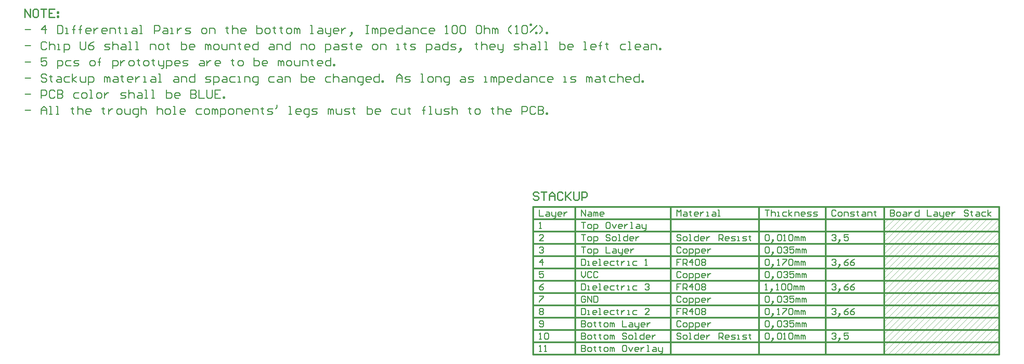
<source format=gbr>
G04 Layer_Color=32768*
%FSLAX44Y44*%
%MOMM*%
G71*
G01*
G75*
%ADD32C,0.3000*%
%ADD47C,0.2540*%
%ADD81C,0.3810*%
%ADD82C,0.0254*%
D32*
X60000Y840000D02*
Y859994D01*
X73329Y840000D01*
Y859994D01*
X89990D02*
X83326D01*
X79994Y856661D01*
Y843332D01*
X83326Y840000D01*
X89990D01*
X93323Y843332D01*
Y856661D01*
X89990Y859994D01*
X99987D02*
X113316D01*
X106652D01*
Y840000D01*
X133310Y859994D02*
X119981D01*
Y840000D01*
X133310D01*
X119981Y849997D02*
X126645D01*
X139974Y853329D02*
X143307D01*
Y849997D01*
X139974D01*
Y853329D01*
Y843332D02*
X143307D01*
Y840000D01*
X139974D01*
Y843332D01*
X1331329Y403661D02*
X1327997Y406994D01*
X1321332D01*
X1318000Y403661D01*
Y400329D01*
X1321332Y396997D01*
X1327997D01*
X1331329Y393665D01*
Y390332D01*
X1327997Y387000D01*
X1321332D01*
X1318000Y390332D01*
X1337994Y406994D02*
X1351323D01*
X1344658D01*
Y387000D01*
X1357987D02*
Y400329D01*
X1364652Y406994D01*
X1371316Y400329D01*
Y387000D01*
Y396997D01*
X1357987D01*
X1391310Y403661D02*
X1387977Y406994D01*
X1381313D01*
X1377981Y403661D01*
Y390332D01*
X1381313Y387000D01*
X1387977D01*
X1391310Y390332D01*
X1397974Y406994D02*
Y387000D01*
Y393665D01*
X1411303Y406994D01*
X1401306Y396997D01*
X1411303Y387000D01*
X1417968Y406994D02*
Y390332D01*
X1421300Y387000D01*
X1427965D01*
X1431297Y390332D01*
Y406994D01*
X1437961Y387000D02*
Y406994D01*
X1447958D01*
X1451290Y403661D01*
Y396997D01*
X1447958Y393665D01*
X1437961D01*
D47*
X60000Y809997D02*
X73329D01*
X109984Y800000D02*
Y819994D01*
X99987Y809997D01*
X113316D01*
X139974Y819994D02*
Y800000D01*
X149971D01*
X153303Y803332D01*
Y816661D01*
X149971Y819994D01*
X139974D01*
X159968Y800000D02*
X166632D01*
X163300D01*
Y813329D01*
X159968D01*
X179961Y800000D02*
Y816661D01*
Y809997D01*
X176629D01*
X183294D01*
X179961D01*
Y816661D01*
X183294Y819994D01*
X196623Y800000D02*
Y816661D01*
Y809997D01*
X193290D01*
X199955D01*
X196623D01*
Y816661D01*
X199955Y819994D01*
X219948Y800000D02*
X213284D01*
X209952Y803332D01*
Y809997D01*
X213284Y813329D01*
X219948D01*
X223281Y809997D01*
Y806665D01*
X209952D01*
X229945Y813329D02*
Y800000D01*
Y806665D01*
X233277Y809997D01*
X236610Y813329D01*
X239942D01*
X259935Y800000D02*
X253271D01*
X249939Y803332D01*
Y809997D01*
X253271Y813329D01*
X259935D01*
X263268Y809997D01*
Y806665D01*
X249939D01*
X269932Y800000D02*
Y813329D01*
X279929D01*
X283261Y809997D01*
Y800000D01*
X293258Y816661D02*
Y813329D01*
X289926D01*
X296590D01*
X293258D01*
Y803332D01*
X296590Y800000D01*
X306587D02*
X313252D01*
X309919D01*
Y813329D01*
X306587D01*
X326581D02*
X333245D01*
X336577Y809997D01*
Y800000D01*
X326581D01*
X323248Y803332D01*
X326581Y806665D01*
X336577D01*
X343242Y800000D02*
X349907D01*
X346574D01*
Y819994D01*
X343242D01*
X379897Y800000D02*
Y819994D01*
X389894D01*
X393226Y816661D01*
Y809997D01*
X389894Y806665D01*
X379897D01*
X403223Y813329D02*
X409887D01*
X413219Y809997D01*
Y800000D01*
X403223D01*
X399890Y803332D01*
X403223Y806665D01*
X413219D01*
X419884Y800000D02*
X426549D01*
X423216D01*
Y813329D01*
X419884D01*
X436545D02*
Y800000D01*
Y806665D01*
X439878Y809997D01*
X443210Y813329D01*
X446542D01*
X456539Y800000D02*
X466536D01*
X469868Y803332D01*
X466536Y806665D01*
X459871D01*
X456539Y809997D01*
X459871Y813329D01*
X469868D01*
X499858Y800000D02*
X506523D01*
X509855Y803332D01*
Y809997D01*
X506523Y813329D01*
X499858D01*
X496526Y809997D01*
Y803332D01*
X499858Y800000D01*
X516520D02*
Y813329D01*
X526516D01*
X529849Y809997D01*
Y800000D01*
X559839Y816661D02*
Y813329D01*
X556507D01*
X563171D01*
X559839D01*
Y803332D01*
X563171Y800000D01*
X573168Y819994D02*
Y800000D01*
Y809997D01*
X576500Y813329D01*
X583165D01*
X586497Y809997D01*
Y800000D01*
X603158D02*
X596494D01*
X593162Y803332D01*
Y809997D01*
X596494Y813329D01*
X603158D01*
X606491Y809997D01*
Y806665D01*
X593162D01*
X633149Y819994D02*
Y800000D01*
X643145D01*
X646478Y803332D01*
Y806665D01*
Y809997D01*
X643145Y813329D01*
X633149D01*
X656474Y800000D02*
X663139D01*
X666471Y803332D01*
Y809997D01*
X663139Y813329D01*
X656474D01*
X653142Y809997D01*
Y803332D01*
X656474Y800000D01*
X676468Y816661D02*
Y813329D01*
X673136D01*
X679800D01*
X676468D01*
Y803332D01*
X679800Y800000D01*
X693129Y816661D02*
Y813329D01*
X689797D01*
X696461D01*
X693129D01*
Y803332D01*
X696461Y800000D01*
X709790D02*
X716455D01*
X719787Y803332D01*
Y809997D01*
X716455Y813329D01*
X709790D01*
X706458Y809997D01*
Y803332D01*
X709790Y800000D01*
X726452D02*
Y813329D01*
X729784D01*
X733116Y809997D01*
Y800000D01*
Y809997D01*
X736449Y813329D01*
X739781Y809997D01*
Y800000D01*
X766439D02*
X773103D01*
X769771D01*
Y819994D01*
X766439D01*
X786432Y813329D02*
X793097D01*
X796429Y809997D01*
Y800000D01*
X786432D01*
X783100Y803332D01*
X786432Y806665D01*
X796429D01*
X803094Y813329D02*
Y803332D01*
X806426Y800000D01*
X816423D01*
Y796668D01*
X813091Y793335D01*
X809758D01*
X816423Y800000D02*
Y813329D01*
X833084Y800000D02*
X826420D01*
X823087Y803332D01*
Y809997D01*
X826420Y813329D01*
X833084D01*
X836416Y809997D01*
Y806665D01*
X823087D01*
X843081Y813329D02*
Y800000D01*
Y806665D01*
X846413Y809997D01*
X849745Y813329D01*
X853078D01*
X866407Y796668D02*
X869739Y800000D01*
Y803332D01*
X866407D01*
Y800000D01*
X869739D01*
X866407Y796668D01*
X863074Y793335D01*
X903062Y819994D02*
X909726D01*
X906394D01*
Y800000D01*
X903062D01*
X909726D01*
X919723D02*
Y813329D01*
X923055D01*
X926387Y809997D01*
Y800000D01*
Y809997D01*
X929720Y813329D01*
X933052Y809997D01*
Y800000D01*
X939716Y793335D02*
Y813329D01*
X949713D01*
X953045Y809997D01*
Y803332D01*
X949713Y800000D01*
X939716D01*
X969707D02*
X963042D01*
X959710Y803332D01*
Y809997D01*
X963042Y813329D01*
X969707D01*
X973039Y809997D01*
Y806665D01*
X959710D01*
X993033Y819994D02*
Y800000D01*
X983036D01*
X979704Y803332D01*
Y809997D01*
X983036Y813329D01*
X993033D01*
X1003029D02*
X1009694D01*
X1013026Y809997D01*
Y800000D01*
X1003029D01*
X999697Y803332D01*
X1003029Y806665D01*
X1013026D01*
X1019691Y800000D02*
Y813329D01*
X1029687D01*
X1033020Y809997D01*
Y800000D01*
X1053013Y813329D02*
X1043017D01*
X1039684Y809997D01*
Y803332D01*
X1043017Y800000D01*
X1053013D01*
X1069675D02*
X1063010D01*
X1059678Y803332D01*
Y809997D01*
X1063010Y813329D01*
X1069675D01*
X1073007Y809997D01*
Y806665D01*
X1059678D01*
X1099665Y800000D02*
X1106329D01*
X1102997D01*
Y819994D01*
X1099665Y816661D01*
X1116326D02*
X1119658Y819994D01*
X1126323D01*
X1129655Y816661D01*
Y803332D01*
X1126323Y800000D01*
X1119658D01*
X1116326Y803332D01*
Y816661D01*
X1136320D02*
X1139652Y819994D01*
X1146317D01*
X1149649Y816661D01*
Y803332D01*
X1146317Y800000D01*
X1139652D01*
X1136320Y803332D01*
Y816661D01*
X1186304Y819994D02*
X1179639D01*
X1176307Y816661D01*
Y803332D01*
X1179639Y800000D01*
X1186304D01*
X1189636Y803332D01*
Y816661D01*
X1186304Y819994D01*
X1196300D02*
Y800000D01*
Y809997D01*
X1199633Y813329D01*
X1206297D01*
X1209629Y809997D01*
Y800000D01*
X1216294D02*
Y813329D01*
X1219626D01*
X1222959Y809997D01*
Y800000D01*
Y809997D01*
X1226291Y813329D01*
X1229623Y809997D01*
Y800000D01*
X1262946D02*
X1256281Y806665D01*
Y813329D01*
X1262946Y819994D01*
X1272942Y800000D02*
X1279607D01*
X1276275D01*
Y819994D01*
X1272942Y816661D01*
X1289604D02*
X1292936Y819994D01*
X1299600D01*
X1302933Y816661D01*
Y803332D01*
X1299600Y800000D01*
X1292936D01*
X1289604Y803332D01*
Y816661D01*
X1309597Y803332D02*
X1326259Y819994D01*
X1309597D02*
Y823326D01*
X1312930D01*
Y819994D01*
X1309597D01*
X1322926Y800000D02*
Y803332D01*
X1326259D01*
Y800000D01*
X1322926D01*
X1332923D02*
X1339588Y806665D01*
Y813329D01*
X1332923Y819994D01*
X1349584Y800000D02*
Y803332D01*
X1352917D01*
Y800000D01*
X1349584D01*
X60000Y769997D02*
X73329D01*
X113316Y776661D02*
X109984Y779994D01*
X103319D01*
X99987Y776661D01*
Y763332D01*
X103319Y760000D01*
X109984D01*
X113316Y763332D01*
X119981Y779994D02*
Y760000D01*
Y769997D01*
X123313Y773329D01*
X129978D01*
X133310Y769997D01*
Y760000D01*
X139974D02*
X146639D01*
X143307D01*
Y773329D01*
X139974D01*
X156636Y753335D02*
Y773329D01*
X166632D01*
X169965Y769997D01*
Y763332D01*
X166632Y760000D01*
X156636D01*
X196623Y779994D02*
Y763332D01*
X199955Y760000D01*
X206619D01*
X209952Y763332D01*
Y779994D01*
X229945D02*
X223281Y776661D01*
X216616Y769997D01*
Y763332D01*
X219949Y760000D01*
X226613D01*
X229945Y763332D01*
Y766665D01*
X226613Y769997D01*
X216616D01*
X256603Y760000D02*
X266600D01*
X269932Y763332D01*
X266600Y766665D01*
X259936D01*
X256603Y769997D01*
X259936Y773329D01*
X269932D01*
X276597Y779994D02*
Y760000D01*
Y769997D01*
X279929Y773329D01*
X286594D01*
X289926Y769997D01*
Y760000D01*
X299923Y773329D02*
X306587D01*
X309919Y769997D01*
Y760000D01*
X299923D01*
X296590Y763332D01*
X299923Y766665D01*
X309919D01*
X316584Y760000D02*
X323248D01*
X319916D01*
Y779994D01*
X316584D01*
X333245Y760000D02*
X339910D01*
X336577D01*
Y779994D01*
X333245D01*
X369900Y760000D02*
Y773329D01*
X379897D01*
X383229Y769997D01*
Y760000D01*
X393226D02*
X399891D01*
X403223Y763332D01*
Y769997D01*
X399891Y773329D01*
X393226D01*
X389894Y769997D01*
Y763332D01*
X393226Y760000D01*
X413219Y776661D02*
Y773329D01*
X409887D01*
X416552D01*
X413219D01*
Y763332D01*
X416552Y760000D01*
X446542Y779994D02*
Y760000D01*
X456539D01*
X459871Y763332D01*
Y766665D01*
Y769997D01*
X456539Y773329D01*
X446542D01*
X476532Y760000D02*
X469868D01*
X466536Y763332D01*
Y769997D01*
X469868Y773329D01*
X476532D01*
X479865Y769997D01*
Y766665D01*
X466536D01*
X506523Y760000D02*
Y773329D01*
X509855D01*
X513187Y769997D01*
Y760000D01*
Y769997D01*
X516520Y773329D01*
X519852Y769997D01*
Y760000D01*
X529849D02*
X536513D01*
X539845Y763332D01*
Y769997D01*
X536513Y773329D01*
X529849D01*
X526516Y769997D01*
Y763332D01*
X529849Y760000D01*
X546510Y773329D02*
Y763332D01*
X549842Y760000D01*
X559839D01*
Y773329D01*
X566503Y760000D02*
Y773329D01*
X576500D01*
X579832Y769997D01*
Y760000D01*
X589829Y776661D02*
Y773329D01*
X586497D01*
X593162D01*
X589829D01*
Y763332D01*
X593162Y760000D01*
X613155D02*
X606491D01*
X603158Y763332D01*
Y769997D01*
X606491Y773329D01*
X613155D01*
X616487Y769997D01*
Y766665D01*
X603158D01*
X636481Y779994D02*
Y760000D01*
X626484D01*
X623152Y763332D01*
Y769997D01*
X626484Y773329D01*
X636481D01*
X666471D02*
X673136D01*
X676468Y769997D01*
Y760000D01*
X666471D01*
X663139Y763332D01*
X666471Y766665D01*
X676468D01*
X683132Y760000D02*
Y773329D01*
X693129D01*
X696461Y769997D01*
Y760000D01*
X716455Y779994D02*
Y760000D01*
X706458D01*
X703126Y763332D01*
Y769997D01*
X706458Y773329D01*
X716455D01*
X743113Y760000D02*
Y773329D01*
X753110D01*
X756442Y769997D01*
Y760000D01*
X766439D02*
X773103D01*
X776436Y763332D01*
Y769997D01*
X773103Y773329D01*
X766439D01*
X763107Y769997D01*
Y763332D01*
X766439Y760000D01*
X803094Y753335D02*
Y773329D01*
X813091D01*
X816423Y769997D01*
Y763332D01*
X813091Y760000D01*
X803094D01*
X826420Y773329D02*
X833084D01*
X836416Y769997D01*
Y760000D01*
X826420D01*
X823087Y763332D01*
X826420Y766665D01*
X836416D01*
X843081Y760000D02*
X853078D01*
X856410Y763332D01*
X853078Y766665D01*
X846413D01*
X843081Y769997D01*
X846413Y773329D01*
X856410D01*
X866407Y776661D02*
Y773329D01*
X863075D01*
X869739D01*
X866407D01*
Y763332D01*
X869739Y760000D01*
X889733D02*
X883068D01*
X879736Y763332D01*
Y769997D01*
X883068Y773329D01*
X889733D01*
X893065Y769997D01*
Y766665D01*
X879736D01*
X923055Y760000D02*
X929720D01*
X933052Y763332D01*
Y769997D01*
X929720Y773329D01*
X923055D01*
X919723Y769997D01*
Y763332D01*
X923055Y760000D01*
X939716D02*
Y773329D01*
X949713D01*
X953046Y769997D01*
Y760000D01*
X979704D02*
X986368D01*
X983036D01*
Y773329D01*
X979704D01*
X999697Y776661D02*
Y773329D01*
X996365D01*
X1003029D01*
X999697D01*
Y763332D01*
X1003029Y760000D01*
X1013026D02*
X1023023D01*
X1026355Y763332D01*
X1023023Y766665D01*
X1016358D01*
X1013026Y769997D01*
X1016358Y773329D01*
X1026355D01*
X1053013Y753335D02*
Y773329D01*
X1063010D01*
X1066342Y769997D01*
Y763332D01*
X1063010Y760000D01*
X1053013D01*
X1076339Y773329D02*
X1083004D01*
X1086336Y769997D01*
Y760000D01*
X1076339D01*
X1073007Y763332D01*
X1076339Y766665D01*
X1086336D01*
X1106329Y779994D02*
Y760000D01*
X1096333D01*
X1093000Y763332D01*
Y769997D01*
X1096333Y773329D01*
X1106329D01*
X1112994Y760000D02*
X1122991D01*
X1126323Y763332D01*
X1122991Y766665D01*
X1116326D01*
X1112994Y769997D01*
X1116326Y773329D01*
X1126323D01*
X1136320Y756668D02*
X1139652Y760000D01*
Y763332D01*
X1136320D01*
Y760000D01*
X1139652D01*
X1136320Y756668D01*
X1132988Y753335D01*
X1176307Y776661D02*
Y773329D01*
X1172975D01*
X1179639D01*
X1176307D01*
Y763332D01*
X1179639Y760000D01*
X1189636Y779994D02*
Y760000D01*
Y769997D01*
X1192968Y773329D01*
X1199633D01*
X1202965Y769997D01*
Y760000D01*
X1219626D02*
X1212962D01*
X1209630Y763332D01*
Y769997D01*
X1212962Y773329D01*
X1219626D01*
X1222959Y769997D01*
Y766665D01*
X1209630D01*
X1229623Y773329D02*
Y763332D01*
X1232955Y760000D01*
X1242952D01*
Y756668D01*
X1239620Y753335D01*
X1236288D01*
X1242952Y760000D02*
Y773329D01*
X1269610Y760000D02*
X1279607D01*
X1282939Y763332D01*
X1279607Y766665D01*
X1272942D01*
X1269610Y769997D01*
X1272942Y773329D01*
X1282939D01*
X1289604Y779994D02*
Y760000D01*
Y769997D01*
X1292936Y773329D01*
X1299601D01*
X1302933Y769997D01*
Y760000D01*
X1312930Y773329D02*
X1319594D01*
X1322926Y769997D01*
Y760000D01*
X1312930D01*
X1309597Y763332D01*
X1312930Y766665D01*
X1322926D01*
X1329591Y760000D02*
X1336255D01*
X1332923D01*
Y779994D01*
X1329591D01*
X1346252Y760000D02*
X1352917D01*
X1349584D01*
Y779994D01*
X1346252D01*
X1382907D02*
Y760000D01*
X1392904D01*
X1396236Y763332D01*
Y766665D01*
Y769997D01*
X1392904Y773329D01*
X1382907D01*
X1412897Y760000D02*
X1406233D01*
X1402901Y763332D01*
Y769997D01*
X1406233Y773329D01*
X1412897D01*
X1416230Y769997D01*
Y766665D01*
X1402901D01*
X1442888Y760000D02*
X1449552D01*
X1446220D01*
Y779994D01*
X1442888D01*
X1469546Y760000D02*
X1462881D01*
X1459549Y763332D01*
Y769997D01*
X1462881Y773329D01*
X1469546D01*
X1472878Y769997D01*
Y766665D01*
X1459549D01*
X1482875Y760000D02*
Y776661D01*
Y769997D01*
X1479543D01*
X1486207D01*
X1482875D01*
Y776661D01*
X1486207Y779994D01*
X1499536Y776661D02*
Y773329D01*
X1496204D01*
X1502868D01*
X1499536D01*
Y763332D01*
X1502868Y760000D01*
X1546188Y773329D02*
X1536191D01*
X1532859Y769997D01*
Y763332D01*
X1536191Y760000D01*
X1546188D01*
X1552852D02*
X1559517D01*
X1556184D01*
Y779994D01*
X1552852D01*
X1579510Y760000D02*
X1572846D01*
X1569514Y763332D01*
Y769997D01*
X1572846Y773329D01*
X1579510D01*
X1582843Y769997D01*
Y766665D01*
X1569514D01*
X1592839Y773329D02*
X1599504D01*
X1602836Y769997D01*
Y760000D01*
X1592839D01*
X1589507Y763332D01*
X1592839Y766665D01*
X1602836D01*
X1609501Y760000D02*
Y773329D01*
X1619497D01*
X1622830Y769997D01*
Y760000D01*
X1629494D02*
Y763332D01*
X1632826D01*
Y760000D01*
X1629494D01*
X60000Y729997D02*
X73329D01*
X113316Y739994D02*
X99987D01*
Y729997D01*
X106652Y733329D01*
X109984D01*
X113316Y729997D01*
Y723332D01*
X109984Y720000D01*
X103319D01*
X99987Y723332D01*
X139974Y713335D02*
Y733329D01*
X149971D01*
X153303Y729997D01*
Y723332D01*
X149971Y720000D01*
X139974D01*
X173297Y733329D02*
X163300D01*
X159968Y729997D01*
Y723332D01*
X163300Y720000D01*
X173297D01*
X179961D02*
X189958D01*
X193290Y723332D01*
X189958Y726665D01*
X183294D01*
X179961Y729997D01*
X183294Y733329D01*
X193290D01*
X223281Y720000D02*
X229945D01*
X233277Y723332D01*
Y729997D01*
X229945Y733329D01*
X223281D01*
X219949Y729997D01*
Y723332D01*
X223281Y720000D01*
X243274D02*
Y736661D01*
Y729997D01*
X239942D01*
X246607D01*
X243274D01*
Y736661D01*
X246607Y739994D01*
X276597Y713335D02*
Y733329D01*
X286594D01*
X289926Y729997D01*
Y723332D01*
X286594Y720000D01*
X276597D01*
X296590Y733329D02*
Y720000D01*
Y726665D01*
X299923Y729997D01*
X303255Y733329D01*
X306587D01*
X319916Y720000D02*
X326581D01*
X329913Y723332D01*
Y729997D01*
X326581Y733329D01*
X319916D01*
X316584Y729997D01*
Y723332D01*
X319916Y720000D01*
X339910Y736661D02*
Y733329D01*
X336578D01*
X343242D01*
X339910D01*
Y723332D01*
X343242Y720000D01*
X356571D02*
X363236D01*
X366568Y723332D01*
Y729997D01*
X363236Y733329D01*
X356571D01*
X353239Y729997D01*
Y723332D01*
X356571Y720000D01*
X376565Y736661D02*
Y733329D01*
X373232D01*
X379897D01*
X376565D01*
Y723332D01*
X379897Y720000D01*
X389894Y733329D02*
Y723332D01*
X393226Y720000D01*
X403223D01*
Y716668D01*
X399891Y713335D01*
X396558D01*
X403223Y720000D02*
Y733329D01*
X409887Y713335D02*
Y733329D01*
X419884D01*
X423216Y729997D01*
Y723332D01*
X419884Y720000D01*
X409887D01*
X439878D02*
X433213D01*
X429881Y723332D01*
Y729997D01*
X433213Y733329D01*
X439878D01*
X443210Y729997D01*
Y726665D01*
X429881D01*
X449874Y720000D02*
X459871D01*
X463203Y723332D01*
X459871Y726665D01*
X453207D01*
X449874Y729997D01*
X453207Y733329D01*
X463203D01*
X493194D02*
X499858D01*
X503190Y729997D01*
Y720000D01*
X493194D01*
X489861Y723332D01*
X493194Y726665D01*
X503190D01*
X509855Y733329D02*
Y720000D01*
Y726665D01*
X513187Y729997D01*
X516520Y733329D01*
X519852D01*
X539845Y720000D02*
X533181D01*
X529849Y723332D01*
Y729997D01*
X533181Y733329D01*
X539845D01*
X543178Y729997D01*
Y726665D01*
X529849D01*
X573168Y736661D02*
Y733329D01*
X569836D01*
X576500D01*
X573168D01*
Y723332D01*
X576500Y720000D01*
X589829D02*
X596494D01*
X599826Y723332D01*
Y729997D01*
X596494Y733329D01*
X589829D01*
X586497Y729997D01*
Y723332D01*
X589829Y720000D01*
X626484Y739994D02*
Y720000D01*
X636481D01*
X639813Y723332D01*
Y726665D01*
Y729997D01*
X636481Y733329D01*
X626484D01*
X656475Y720000D02*
X649810D01*
X646478Y723332D01*
Y729997D01*
X649810Y733329D01*
X656475D01*
X659807Y729997D01*
Y726665D01*
X646478D01*
X686465Y720000D02*
Y733329D01*
X689797D01*
X693129Y729997D01*
Y720000D01*
Y729997D01*
X696462Y733329D01*
X699794Y729997D01*
Y720000D01*
X709791D02*
X716455D01*
X719787Y723332D01*
Y729997D01*
X716455Y733329D01*
X709791D01*
X706458Y729997D01*
Y723332D01*
X709791Y720000D01*
X726452Y733329D02*
Y723332D01*
X729784Y720000D01*
X739781D01*
Y733329D01*
X746445Y720000D02*
Y733329D01*
X756442D01*
X759774Y729997D01*
Y720000D01*
X769771Y736661D02*
Y733329D01*
X766439D01*
X773103D01*
X769771D01*
Y723332D01*
X773103Y720000D01*
X793097D02*
X786433D01*
X783100Y723332D01*
Y729997D01*
X786433Y733329D01*
X793097D01*
X796429Y729997D01*
Y726665D01*
X783100D01*
X816423Y739994D02*
Y720000D01*
X806426D01*
X803094Y723332D01*
Y729997D01*
X806426Y733329D01*
X816423D01*
X823087Y720000D02*
Y723332D01*
X826420D01*
Y720000D01*
X823087D01*
X60000Y689997D02*
X73329D01*
X113316Y696661D02*
X109984Y699994D01*
X103319D01*
X99987Y696661D01*
Y693329D01*
X103319Y689997D01*
X109984D01*
X113316Y686665D01*
Y683332D01*
X109984Y680000D01*
X103319D01*
X99987Y683332D01*
X123313Y696661D02*
Y693329D01*
X119981D01*
X126645D01*
X123313D01*
Y683332D01*
X126645Y680000D01*
X139974Y693329D02*
X146639D01*
X149971Y689997D01*
Y680000D01*
X139974D01*
X136642Y683332D01*
X139974Y686665D01*
X149971D01*
X169965Y693329D02*
X159968D01*
X156636Y689997D01*
Y683332D01*
X159968Y680000D01*
X169965D01*
X176629D02*
Y699994D01*
Y686665D02*
X186626Y693329D01*
X176629Y686665D02*
X186626Y680000D01*
X196623Y693329D02*
Y683332D01*
X199955Y680000D01*
X209952D01*
Y693329D01*
X216616Y673335D02*
Y693329D01*
X226613D01*
X229945Y689997D01*
Y683332D01*
X226613Y680000D01*
X216616D01*
X256603D02*
Y693329D01*
X259936D01*
X263268Y689997D01*
Y680000D01*
Y689997D01*
X266600Y693329D01*
X269932Y689997D01*
Y680000D01*
X279929Y693329D02*
X286594D01*
X289926Y689997D01*
Y680000D01*
X279929D01*
X276597Y683332D01*
X279929Y686665D01*
X289926D01*
X299923Y696661D02*
Y693329D01*
X296590D01*
X303255D01*
X299923D01*
Y683332D01*
X303255Y680000D01*
X323248D02*
X316584D01*
X313252Y683332D01*
Y689997D01*
X316584Y693329D01*
X323248D01*
X326581Y689997D01*
Y686665D01*
X313252D01*
X333245Y693329D02*
Y680000D01*
Y686665D01*
X336577Y689997D01*
X339910Y693329D01*
X343242D01*
X353239Y680000D02*
X359903D01*
X356571D01*
Y693329D01*
X353239D01*
X373232D02*
X379897D01*
X383229Y689997D01*
Y680000D01*
X373232D01*
X369900Y683332D01*
X373232Y686665D01*
X383229D01*
X389894Y680000D02*
X396558D01*
X393226D01*
Y699994D01*
X389894D01*
X429881Y693329D02*
X436545D01*
X439878Y689997D01*
Y680000D01*
X429881D01*
X426549Y683332D01*
X429881Y686665D01*
X439878D01*
X446542Y680000D02*
Y693329D01*
X456539D01*
X459871Y689997D01*
Y680000D01*
X479865Y699994D02*
Y680000D01*
X469868D01*
X466536Y683332D01*
Y689997D01*
X469868Y693329D01*
X479865D01*
X506523Y680000D02*
X516520D01*
X519852Y683332D01*
X516520Y686665D01*
X509855D01*
X506523Y689997D01*
X509855Y693329D01*
X519852D01*
X526516Y673335D02*
Y693329D01*
X536513D01*
X539845Y689997D01*
Y683332D01*
X536513Y680000D01*
X526516D01*
X549842Y693329D02*
X556507D01*
X559839Y689997D01*
Y680000D01*
X549842D01*
X546510Y683332D01*
X549842Y686665D01*
X559839D01*
X579832Y693329D02*
X569836D01*
X566503Y689997D01*
Y683332D01*
X569836Y680000D01*
X579832D01*
X586497D02*
X593162D01*
X589829D01*
Y693329D01*
X586497D01*
X603158Y680000D02*
Y693329D01*
X613155D01*
X616487Y689997D01*
Y680000D01*
X629816Y673335D02*
X633149D01*
X636481Y676668D01*
Y693329D01*
X626484D01*
X623152Y689997D01*
Y683332D01*
X626484Y680000D01*
X636481D01*
X676468Y693329D02*
X666471D01*
X663139Y689997D01*
Y683332D01*
X666471Y680000D01*
X676468D01*
X686465Y693329D02*
X693129D01*
X696461Y689997D01*
Y680000D01*
X686465D01*
X683132Y683332D01*
X686465Y686665D01*
X696461D01*
X703126Y680000D02*
Y693329D01*
X713123D01*
X716455Y689997D01*
Y680000D01*
X743113Y699994D02*
Y680000D01*
X753110D01*
X756442Y683332D01*
Y686665D01*
Y689997D01*
X753110Y693329D01*
X743113D01*
X773103Y680000D02*
X766439D01*
X763107Y683332D01*
Y689997D01*
X766439Y693329D01*
X773103D01*
X776436Y689997D01*
Y686665D01*
X763107D01*
X816423Y693329D02*
X806426D01*
X803094Y689997D01*
Y683332D01*
X806426Y680000D01*
X816423D01*
X823087Y699994D02*
Y680000D01*
Y689997D01*
X826420Y693329D01*
X833084D01*
X836416Y689997D01*
Y680000D01*
X846413Y693329D02*
X853078D01*
X856410Y689997D01*
Y680000D01*
X846413D01*
X843081Y683332D01*
X846413Y686665D01*
X856410D01*
X863075Y680000D02*
Y693329D01*
X873071D01*
X876404Y689997D01*
Y680000D01*
X889733Y673335D02*
X893065D01*
X896397Y676668D01*
Y693329D01*
X886400D01*
X883068Y689997D01*
Y683332D01*
X886400Y680000D01*
X896397D01*
X913058D02*
X906394D01*
X903062Y683332D01*
Y689997D01*
X906394Y693329D01*
X913058D01*
X916391Y689997D01*
Y686665D01*
X903062D01*
X936384Y699994D02*
Y680000D01*
X926387D01*
X923055Y683332D01*
Y689997D01*
X926387Y693329D01*
X936384D01*
X943049Y680000D02*
Y683332D01*
X946381D01*
Y680000D01*
X943049D01*
X979704D02*
Y693329D01*
X986368Y699994D01*
X993033Y693329D01*
Y680000D01*
Y689997D01*
X979704D01*
X999697Y680000D02*
X1009694D01*
X1013026Y683332D01*
X1009694Y686665D01*
X1003029D01*
X999697Y689997D01*
X1003029Y693329D01*
X1013026D01*
X1039684Y680000D02*
X1046349D01*
X1043017D01*
Y699994D01*
X1039684D01*
X1059678Y680000D02*
X1066342D01*
X1069675Y683332D01*
Y689997D01*
X1066342Y693329D01*
X1059678D01*
X1056346Y689997D01*
Y683332D01*
X1059678Y680000D01*
X1076339D02*
Y693329D01*
X1086336D01*
X1089668Y689997D01*
Y680000D01*
X1102997Y673335D02*
X1106329D01*
X1109662Y676668D01*
Y693329D01*
X1099665D01*
X1096333Y689997D01*
Y683332D01*
X1099665Y680000D01*
X1109662D01*
X1139652Y693329D02*
X1146317D01*
X1149649Y689997D01*
Y680000D01*
X1139652D01*
X1136320Y683332D01*
X1139652Y686665D01*
X1149649D01*
X1156313Y680000D02*
X1166310D01*
X1169642Y683332D01*
X1166310Y686665D01*
X1159646D01*
X1156313Y689997D01*
X1159646Y693329D01*
X1169642D01*
X1196301Y680000D02*
X1202965D01*
X1199633D01*
Y693329D01*
X1196301D01*
X1212962Y680000D02*
Y693329D01*
X1216294D01*
X1219626Y689997D01*
Y680000D01*
Y689997D01*
X1222959Y693329D01*
X1226291Y689997D01*
Y680000D01*
X1232955Y673335D02*
Y693329D01*
X1242952D01*
X1246284Y689997D01*
Y683332D01*
X1242952Y680000D01*
X1232955D01*
X1262946D02*
X1256281D01*
X1252949Y683332D01*
Y689997D01*
X1256281Y693329D01*
X1262946D01*
X1266278Y689997D01*
Y686665D01*
X1252949D01*
X1286272Y699994D02*
Y680000D01*
X1276275D01*
X1272943Y683332D01*
Y689997D01*
X1276275Y693329D01*
X1286272D01*
X1296268D02*
X1302933D01*
X1306265Y689997D01*
Y680000D01*
X1296268D01*
X1292936Y683332D01*
X1296268Y686665D01*
X1306265D01*
X1312930Y680000D02*
Y693329D01*
X1322926D01*
X1326259Y689997D01*
Y680000D01*
X1346252Y693329D02*
X1336255D01*
X1332923Y689997D01*
Y683332D01*
X1336255Y680000D01*
X1346252D01*
X1362914D02*
X1356249D01*
X1352917Y683332D01*
Y689997D01*
X1356249Y693329D01*
X1362914D01*
X1366246Y689997D01*
Y686665D01*
X1352917D01*
X1392904Y680000D02*
X1399568D01*
X1396236D01*
Y693329D01*
X1392904D01*
X1409565Y680000D02*
X1419562D01*
X1422894Y683332D01*
X1419562Y686665D01*
X1412897D01*
X1409565Y689997D01*
X1412897Y693329D01*
X1422894D01*
X1449552Y680000D02*
Y693329D01*
X1452885D01*
X1456217Y689997D01*
Y680000D01*
Y689997D01*
X1459549Y693329D01*
X1462881Y689997D01*
Y680000D01*
X1472878Y693329D02*
X1479543D01*
X1482875Y689997D01*
Y680000D01*
X1472878D01*
X1469546Y683332D01*
X1472878Y686665D01*
X1482875D01*
X1492872Y696661D02*
Y693329D01*
X1489539D01*
X1496204D01*
X1492872D01*
Y683332D01*
X1496204Y680000D01*
X1519530Y693329D02*
X1509533D01*
X1506201Y689997D01*
Y683332D01*
X1509533Y680000D01*
X1519530D01*
X1526194Y699994D02*
Y680000D01*
Y689997D01*
X1529526Y693329D01*
X1536191D01*
X1539523Y689997D01*
Y680000D01*
X1556185D02*
X1549520D01*
X1546188Y683332D01*
Y689997D01*
X1549520Y693329D01*
X1556185D01*
X1559517Y689997D01*
Y686665D01*
X1546188D01*
X1579510Y699994D02*
Y680000D01*
X1569514D01*
X1566181Y683332D01*
Y689997D01*
X1569514Y693329D01*
X1579510D01*
X1586175Y680000D02*
Y683332D01*
X1589507D01*
Y680000D01*
X1586175D01*
X60000Y649997D02*
X73329D01*
X99987Y640000D02*
Y659994D01*
X109984D01*
X113316Y656661D01*
Y649997D01*
X109984Y646665D01*
X99987D01*
X133310Y656661D02*
X129978Y659994D01*
X123313D01*
X119981Y656661D01*
Y643332D01*
X123313Y640000D01*
X129978D01*
X133310Y643332D01*
X139974Y659994D02*
Y640000D01*
X149971D01*
X153303Y643332D01*
Y646665D01*
X149971Y649997D01*
X139974D01*
X149971D01*
X153303Y653329D01*
Y656661D01*
X149971Y659994D01*
X139974D01*
X193290Y653329D02*
X183294D01*
X179961Y649997D01*
Y643332D01*
X183294Y640000D01*
X193290D01*
X203287D02*
X209952D01*
X213284Y643332D01*
Y649997D01*
X209952Y653329D01*
X203287D01*
X199955Y649997D01*
Y643332D01*
X203287Y640000D01*
X219949D02*
X226613D01*
X223281D01*
Y659994D01*
X219949D01*
X239942Y640000D02*
X246607D01*
X249939Y643332D01*
Y649997D01*
X246607Y653329D01*
X239942D01*
X236610Y649997D01*
Y643332D01*
X239942Y640000D01*
X256603Y653329D02*
Y640000D01*
Y646665D01*
X259936Y649997D01*
X263268Y653329D01*
X266600D01*
X296590Y640000D02*
X306587D01*
X309919Y643332D01*
X306587Y646665D01*
X299923D01*
X296590Y649997D01*
X299923Y653329D01*
X309919D01*
X316584Y659994D02*
Y640000D01*
Y649997D01*
X319916Y653329D01*
X326581D01*
X329913Y649997D01*
Y640000D01*
X339910Y653329D02*
X346574D01*
X349907Y649997D01*
Y640000D01*
X339910D01*
X336578Y643332D01*
X339910Y646665D01*
X349907D01*
X356571Y640000D02*
X363236D01*
X359903D01*
Y659994D01*
X356571D01*
X373232Y640000D02*
X379897D01*
X376565D01*
Y659994D01*
X373232D01*
X409887D02*
Y640000D01*
X419884D01*
X423216Y643332D01*
Y646665D01*
Y649997D01*
X419884Y653329D01*
X409887D01*
X439878Y640000D02*
X433213D01*
X429881Y643332D01*
Y649997D01*
X433213Y653329D01*
X439878D01*
X443210Y649997D01*
Y646665D01*
X429881D01*
X469868Y659994D02*
Y640000D01*
X479865D01*
X483197Y643332D01*
Y646665D01*
X479865Y649997D01*
X469868D01*
X479865D01*
X483197Y653329D01*
Y656661D01*
X479865Y659994D01*
X469868D01*
X489861D02*
Y640000D01*
X503190D01*
X509855Y659994D02*
Y643332D01*
X513187Y640000D01*
X519852D01*
X523184Y643332D01*
Y659994D01*
X543178D02*
X529849D01*
Y640000D01*
X543178D01*
X529849Y649997D02*
X536513D01*
X549842Y640000D02*
Y643332D01*
X553174D01*
Y640000D01*
X549842D01*
X1332882Y362715D02*
Y347480D01*
X1343039D01*
X1350656Y357637D02*
X1355735D01*
X1358274Y355098D01*
Y347480D01*
X1350656D01*
X1348117Y350019D01*
X1350656Y352558D01*
X1358274D01*
X1363352Y357637D02*
Y350019D01*
X1365892Y347480D01*
X1373509D01*
Y344941D01*
X1370970Y342402D01*
X1368431D01*
X1373509Y347480D02*
Y357637D01*
X1386205Y347480D02*
X1381127D01*
X1378587Y350019D01*
Y355098D01*
X1381127Y357637D01*
X1386205D01*
X1388744Y355098D01*
Y352558D01*
X1378587D01*
X1393822Y357637D02*
Y347480D01*
Y352558D01*
X1396362Y355098D01*
X1398901Y357637D01*
X1401440D01*
X1332882Y12200D02*
X1337961D01*
X1335421D01*
Y27435D01*
X1332882Y24896D01*
X1345578Y12200D02*
X1350656D01*
X1348117D01*
Y27435D01*
X1345578Y24896D01*
X1332882Y42680D02*
X1337961D01*
X1335421D01*
Y57915D01*
X1332882Y55376D01*
X1345578D02*
X1348117Y57915D01*
X1353196D01*
X1355735Y55376D01*
Y45219D01*
X1353196Y42680D01*
X1348117D01*
X1345578Y45219D01*
Y55376D01*
X1332882Y75699D02*
X1335421Y73160D01*
X1340500D01*
X1343039Y75699D01*
Y85856D01*
X1340500Y88395D01*
X1335421D01*
X1332882Y85856D01*
Y83317D01*
X1335421Y80778D01*
X1343039D01*
X1332882Y116336D02*
X1335421Y118875D01*
X1340500D01*
X1343039Y116336D01*
Y113797D01*
X1340500Y111257D01*
X1343039Y108718D01*
Y106179D01*
X1340500Y103640D01*
X1335421D01*
X1332882Y106179D01*
Y108718D01*
X1335421Y111257D01*
X1332882Y113797D01*
Y116336D01*
X1335421Y111257D02*
X1340500D01*
X1332882Y149355D02*
X1343039D01*
Y146816D01*
X1332882Y136659D01*
Y134120D01*
X1343039Y179835D02*
X1337961Y177296D01*
X1332882Y172218D01*
Y167139D01*
X1335421Y164600D01*
X1340500D01*
X1343039Y167139D01*
Y169678D01*
X1340500Y172218D01*
X1332882D01*
X1343039Y210315D02*
X1332882D01*
Y202698D01*
X1337961Y205237D01*
X1340500D01*
X1343039Y202698D01*
Y197619D01*
X1340500Y195080D01*
X1335421D01*
X1332882Y197619D01*
X1340500Y225560D02*
Y240795D01*
X1332882Y233178D01*
X1343039D01*
X1332882Y268736D02*
X1335421Y271275D01*
X1340500D01*
X1343039Y268736D01*
Y266197D01*
X1340500Y263657D01*
X1337961D01*
X1340500D01*
X1343039Y261118D01*
Y258579D01*
X1340500Y256040D01*
X1335421D01*
X1332882Y258579D01*
X1343039Y286520D02*
X1332882D01*
X1343039Y296677D01*
Y299216D01*
X1340500Y301755D01*
X1335421D01*
X1332882Y299216D01*
Y317000D02*
X1337961D01*
X1335421D01*
Y332235D01*
X1332882Y329696D01*
X1437000Y347480D02*
Y362715D01*
X1447157Y347480D01*
Y362715D01*
X1454774Y357637D02*
X1459853D01*
X1462392Y355098D01*
Y347480D01*
X1454774D01*
X1452235Y350019D01*
X1454774Y352558D01*
X1462392D01*
X1467470Y347480D02*
Y357637D01*
X1470009D01*
X1472549Y355098D01*
Y347480D01*
Y355098D01*
X1475088Y357637D01*
X1477627Y355098D01*
Y347480D01*
X1490323D02*
X1485244D01*
X1482705Y350019D01*
Y355098D01*
X1485244Y357637D01*
X1490323D01*
X1492862Y355098D01*
Y352558D01*
X1482705D01*
X1437000Y27435D02*
Y12200D01*
X1444617D01*
X1447157Y14739D01*
Y17278D01*
X1444617Y19818D01*
X1437000D01*
X1444617D01*
X1447157Y22357D01*
Y24896D01*
X1444617Y27435D01*
X1437000D01*
X1454774Y12200D02*
X1459853D01*
X1462392Y14739D01*
Y19818D01*
X1459853Y22357D01*
X1454774D01*
X1452235Y19818D01*
Y14739D01*
X1454774Y12200D01*
X1470009Y24896D02*
Y22357D01*
X1467470D01*
X1472549D01*
X1470009D01*
Y14739D01*
X1472549Y12200D01*
X1482705Y24896D02*
Y22357D01*
X1480166D01*
X1485244D01*
X1482705D01*
Y14739D01*
X1485244Y12200D01*
X1495401D02*
X1500479D01*
X1503019Y14739D01*
Y19818D01*
X1500479Y22357D01*
X1495401D01*
X1492862Y19818D01*
Y14739D01*
X1495401Y12200D01*
X1508097D02*
Y22357D01*
X1510636D01*
X1513175Y19818D01*
Y12200D01*
Y19818D01*
X1515715Y22357D01*
X1518254Y19818D01*
Y12200D01*
X1546185Y27435D02*
X1541106D01*
X1538567Y24896D01*
Y14739D01*
X1541106Y12200D01*
X1546185D01*
X1548724Y14739D01*
Y24896D01*
X1546185Y27435D01*
X1553802Y22357D02*
X1558880Y12200D01*
X1563959Y22357D01*
X1576655Y12200D02*
X1571577D01*
X1569037Y14739D01*
Y19818D01*
X1571577Y22357D01*
X1576655D01*
X1579194Y19818D01*
Y17278D01*
X1569037D01*
X1584272Y22357D02*
Y12200D01*
Y17278D01*
X1586812Y19818D01*
X1589351Y22357D01*
X1591890D01*
X1599507Y12200D02*
X1604586D01*
X1602047D01*
Y27435D01*
X1599507D01*
X1614742Y22357D02*
X1619821D01*
X1622360Y19818D01*
Y12200D01*
X1614742D01*
X1612203Y14739D01*
X1614742Y17278D01*
X1622360D01*
X1627438Y22357D02*
Y14739D01*
X1629978Y12200D01*
X1637595D01*
Y9661D01*
X1635056Y7122D01*
X1632517D01*
X1637595Y12200D02*
Y22357D01*
X1437000Y57915D02*
Y42680D01*
X1444617D01*
X1447157Y45219D01*
Y47758D01*
X1444617Y50297D01*
X1437000D01*
X1444617D01*
X1447157Y52837D01*
Y55376D01*
X1444617Y57915D01*
X1437000D01*
X1454774Y42680D02*
X1459853D01*
X1462392Y45219D01*
Y50297D01*
X1459853Y52837D01*
X1454774D01*
X1452235Y50297D01*
Y45219D01*
X1454774Y42680D01*
X1470009Y55376D02*
Y52837D01*
X1467470D01*
X1472549D01*
X1470009D01*
Y45219D01*
X1472549Y42680D01*
X1482705Y55376D02*
Y52837D01*
X1480166D01*
X1485244D01*
X1482705D01*
Y45219D01*
X1485244Y42680D01*
X1495401D02*
X1500479D01*
X1503019Y45219D01*
Y50297D01*
X1500479Y52837D01*
X1495401D01*
X1492862Y50297D01*
Y45219D01*
X1495401Y42680D01*
X1508097D02*
Y52837D01*
X1510636D01*
X1513175Y50297D01*
Y42680D01*
Y50297D01*
X1515715Y52837D01*
X1518254Y50297D01*
Y42680D01*
X1548724Y55376D02*
X1546185Y57915D01*
X1541106D01*
X1538567Y55376D01*
Y52837D01*
X1541106Y50297D01*
X1546185D01*
X1548724Y47758D01*
Y45219D01*
X1546185Y42680D01*
X1541106D01*
X1538567Y45219D01*
X1556341Y42680D02*
X1561420D01*
X1563959Y45219D01*
Y50297D01*
X1561420Y52837D01*
X1556341D01*
X1553802Y50297D01*
Y45219D01*
X1556341Y42680D01*
X1569037D02*
X1574116D01*
X1571577D01*
Y57915D01*
X1569037D01*
X1591890D02*
Y42680D01*
X1584272D01*
X1581733Y45219D01*
Y50297D01*
X1584272Y52837D01*
X1591890D01*
X1604586Y42680D02*
X1599507D01*
X1596968Y45219D01*
Y50297D01*
X1599507Y52837D01*
X1604586D01*
X1607125Y50297D01*
Y47758D01*
X1596968D01*
X1612203Y52837D02*
Y42680D01*
Y47758D01*
X1614742Y50297D01*
X1617282Y52837D01*
X1619821D01*
X1437000Y88395D02*
Y73160D01*
X1444617D01*
X1447157Y75699D01*
Y78238D01*
X1444617Y80778D01*
X1437000D01*
X1444617D01*
X1447157Y83317D01*
Y85856D01*
X1444617Y88395D01*
X1437000D01*
X1454774Y73160D02*
X1459853D01*
X1462392Y75699D01*
Y80778D01*
X1459853Y83317D01*
X1454774D01*
X1452235Y80778D01*
Y75699D01*
X1454774Y73160D01*
X1470009Y85856D02*
Y83317D01*
X1467470D01*
X1472549D01*
X1470009D01*
Y75699D01*
X1472549Y73160D01*
X1482705Y85856D02*
Y83317D01*
X1480166D01*
X1485244D01*
X1482705D01*
Y75699D01*
X1485244Y73160D01*
X1495401D02*
X1500479D01*
X1503019Y75699D01*
Y80778D01*
X1500479Y83317D01*
X1495401D01*
X1492862Y80778D01*
Y75699D01*
X1495401Y73160D01*
X1508097D02*
Y83317D01*
X1510636D01*
X1513175Y80778D01*
Y73160D01*
Y80778D01*
X1515715Y83317D01*
X1518254Y80778D01*
Y73160D01*
X1538567Y88395D02*
Y73160D01*
X1548724D01*
X1556341Y83317D02*
X1561420D01*
X1563959Y80778D01*
Y73160D01*
X1556341D01*
X1553802Y75699D01*
X1556341Y78238D01*
X1563959D01*
X1569037Y83317D02*
Y75699D01*
X1571577Y73160D01*
X1579194D01*
Y70621D01*
X1576655Y68082D01*
X1574116D01*
X1579194Y73160D02*
Y83317D01*
X1591890Y73160D02*
X1586812D01*
X1584272Y75699D01*
Y80778D01*
X1586812Y83317D01*
X1591890D01*
X1594429Y80778D01*
Y78238D01*
X1584272D01*
X1599507Y83317D02*
Y73160D01*
Y78238D01*
X1602047Y80778D01*
X1604586Y83317D01*
X1607125D01*
X1437000Y118875D02*
Y103640D01*
X1444617D01*
X1447157Y106179D01*
Y116336D01*
X1444617Y118875D01*
X1437000D01*
X1452235Y103640D02*
X1457313D01*
X1454774D01*
Y113797D01*
X1452235D01*
X1472549Y103640D02*
X1467470D01*
X1464931Y106179D01*
Y111257D01*
X1467470Y113797D01*
X1472549D01*
X1475088Y111257D01*
Y108718D01*
X1464931D01*
X1480166Y103640D02*
X1485244D01*
X1482705D01*
Y118875D01*
X1480166D01*
X1500479Y103640D02*
X1495401D01*
X1492862Y106179D01*
Y111257D01*
X1495401Y113797D01*
X1500479D01*
X1503019Y111257D01*
Y108718D01*
X1492862D01*
X1518254Y113797D02*
X1510636D01*
X1508097Y111257D01*
Y106179D01*
X1510636Y103640D01*
X1518254D01*
X1525871Y116336D02*
Y113797D01*
X1523332D01*
X1528410D01*
X1525871D01*
Y106179D01*
X1528410Y103640D01*
X1536028Y113797D02*
Y103640D01*
Y108718D01*
X1538567Y111257D01*
X1541106Y113797D01*
X1543645D01*
X1551263Y103640D02*
X1556341D01*
X1553802D01*
Y113797D01*
X1551263D01*
X1574116D02*
X1566498D01*
X1563959Y111257D01*
Y106179D01*
X1566498Y103640D01*
X1574116D01*
X1604586D02*
X1594429D01*
X1604586Y113797D01*
Y116336D01*
X1602047Y118875D01*
X1596968D01*
X1594429Y116336D01*
X1447157Y146816D02*
X1444617Y149355D01*
X1439539D01*
X1437000Y146816D01*
Y136659D01*
X1439539Y134120D01*
X1444617D01*
X1447157Y136659D01*
Y141737D01*
X1442078D01*
X1452235Y134120D02*
Y149355D01*
X1462392Y134120D01*
Y149355D01*
X1467470D02*
Y134120D01*
X1475088D01*
X1477627Y136659D01*
Y146816D01*
X1475088Y149355D01*
X1467470D01*
X1437000Y179835D02*
Y164600D01*
X1444617D01*
X1447157Y167139D01*
Y177296D01*
X1444617Y179835D01*
X1437000D01*
X1452235Y164600D02*
X1457313D01*
X1454774D01*
Y174757D01*
X1452235D01*
X1472549Y164600D02*
X1467470D01*
X1464931Y167139D01*
Y172218D01*
X1467470Y174757D01*
X1472549D01*
X1475088Y172218D01*
Y169678D01*
X1464931D01*
X1480166Y164600D02*
X1485244D01*
X1482705D01*
Y179835D01*
X1480166D01*
X1500479Y164600D02*
X1495401D01*
X1492862Y167139D01*
Y172218D01*
X1495401Y174757D01*
X1500479D01*
X1503019Y172218D01*
Y169678D01*
X1492862D01*
X1518254Y174757D02*
X1510636D01*
X1508097Y172218D01*
Y167139D01*
X1510636Y164600D01*
X1518254D01*
X1525871Y177296D02*
Y174757D01*
X1523332D01*
X1528410D01*
X1525871D01*
Y167139D01*
X1528410Y164600D01*
X1536028Y174757D02*
Y164600D01*
Y169678D01*
X1538567Y172218D01*
X1541106Y174757D01*
X1543645D01*
X1551263Y164600D02*
X1556341D01*
X1553802D01*
Y174757D01*
X1551263D01*
X1574116D02*
X1566498D01*
X1563959Y172218D01*
Y167139D01*
X1566498Y164600D01*
X1574116D01*
X1594429Y177296D02*
X1596968Y179835D01*
X1602047D01*
X1604586Y177296D01*
Y174757D01*
X1602047Y172218D01*
X1599507D01*
X1602047D01*
X1604586Y169678D01*
Y167139D01*
X1602047Y164600D01*
X1596968D01*
X1594429Y167139D01*
X1437000Y210315D02*
Y200158D01*
X1442078Y195080D01*
X1447157Y200158D01*
Y210315D01*
X1462392Y207776D02*
X1459853Y210315D01*
X1454774D01*
X1452235Y207776D01*
Y197619D01*
X1454774Y195080D01*
X1459853D01*
X1462392Y197619D01*
X1477627Y207776D02*
X1475088Y210315D01*
X1470009D01*
X1467470Y207776D01*
Y197619D01*
X1470009Y195080D01*
X1475088D01*
X1477627Y197619D01*
X1437000Y240795D02*
Y225560D01*
X1444617D01*
X1447157Y228099D01*
Y238256D01*
X1444617Y240795D01*
X1437000D01*
X1452235Y225560D02*
X1457313D01*
X1454774D01*
Y235717D01*
X1452235D01*
X1472549Y225560D02*
X1467470D01*
X1464931Y228099D01*
Y233178D01*
X1467470Y235717D01*
X1472549D01*
X1475088Y233178D01*
Y230638D01*
X1464931D01*
X1480166Y225560D02*
X1485244D01*
X1482705D01*
Y240795D01*
X1480166D01*
X1500479Y225560D02*
X1495401D01*
X1492862Y228099D01*
Y233178D01*
X1495401Y235717D01*
X1500479D01*
X1503019Y233178D01*
Y230638D01*
X1492862D01*
X1518254Y235717D02*
X1510636D01*
X1508097Y233178D01*
Y228099D01*
X1510636Y225560D01*
X1518254D01*
X1525871Y238256D02*
Y235717D01*
X1523332D01*
X1528410D01*
X1525871D01*
Y228099D01*
X1528410Y225560D01*
X1536028Y235717D02*
Y225560D01*
Y230638D01*
X1538567Y233178D01*
X1541106Y235717D01*
X1543645D01*
X1551263Y225560D02*
X1556341D01*
X1553802D01*
Y235717D01*
X1551263D01*
X1574116D02*
X1566498D01*
X1563959Y233178D01*
Y228099D01*
X1566498Y225560D01*
X1574116D01*
X1594429D02*
X1599507D01*
X1596968D01*
Y240795D01*
X1594429Y238256D01*
X1437000Y271275D02*
X1447157D01*
X1442078D01*
Y256040D01*
X1454774D02*
X1459853D01*
X1462392Y258579D01*
Y263657D01*
X1459853Y266197D01*
X1454774D01*
X1452235Y263657D01*
Y258579D01*
X1454774Y256040D01*
X1467470Y250962D02*
Y266197D01*
X1475088D01*
X1477627Y263657D01*
Y258579D01*
X1475088Y256040D01*
X1467470D01*
X1497940Y271275D02*
Y256040D01*
X1508097D01*
X1515715Y266197D02*
X1520793D01*
X1523332Y263657D01*
Y256040D01*
X1515715D01*
X1513175Y258579D01*
X1515715Y261118D01*
X1523332D01*
X1528410Y266197D02*
Y258579D01*
X1530950Y256040D01*
X1538567D01*
Y253501D01*
X1536028Y250962D01*
X1533489D01*
X1538567Y256040D02*
Y266197D01*
X1551263Y256040D02*
X1546185D01*
X1543645Y258579D01*
Y263657D01*
X1546185Y266197D01*
X1551263D01*
X1553802Y263657D01*
Y261118D01*
X1543645D01*
X1558881Y266197D02*
Y256040D01*
Y261118D01*
X1561420Y263657D01*
X1563959Y266197D01*
X1566498D01*
X1437000Y301755D02*
X1447157D01*
X1442078D01*
Y286520D01*
X1454774D02*
X1459853D01*
X1462392Y289059D01*
Y294137D01*
X1459853Y296677D01*
X1454774D01*
X1452235Y294137D01*
Y289059D01*
X1454774Y286520D01*
X1467470Y281442D02*
Y296677D01*
X1475088D01*
X1477627Y294137D01*
Y289059D01*
X1475088Y286520D01*
X1467470D01*
X1508097Y299216D02*
X1505558Y301755D01*
X1500479D01*
X1497940Y299216D01*
Y296677D01*
X1500479Y294137D01*
X1505558D01*
X1508097Y291598D01*
Y289059D01*
X1505558Y286520D01*
X1500479D01*
X1497940Y289059D01*
X1515715Y286520D02*
X1520793D01*
X1523332Y289059D01*
Y294137D01*
X1520793Y296677D01*
X1515715D01*
X1513175Y294137D01*
Y289059D01*
X1515715Y286520D01*
X1528410D02*
X1533489D01*
X1530950D01*
Y301755D01*
X1528410D01*
X1551263D02*
Y286520D01*
X1543645D01*
X1541106Y289059D01*
Y294137D01*
X1543645Y296677D01*
X1551263D01*
X1563959Y286520D02*
X1558881D01*
X1556341Y289059D01*
Y294137D01*
X1558881Y296677D01*
X1563959D01*
X1566498Y294137D01*
Y291598D01*
X1556341D01*
X1571577Y296677D02*
Y286520D01*
Y291598D01*
X1574116Y294137D01*
X1576655Y296677D01*
X1579194D01*
X1437000Y332235D02*
X1447157D01*
X1442078D01*
Y317000D01*
X1454774D02*
X1459853D01*
X1462392Y319539D01*
Y324618D01*
X1459853Y327157D01*
X1454774D01*
X1452235Y324618D01*
Y319539D01*
X1454774Y317000D01*
X1467470Y311922D02*
Y327157D01*
X1475088D01*
X1477627Y324618D01*
Y319539D01*
X1475088Y317000D01*
X1467470D01*
X1505558Y332235D02*
X1500479D01*
X1497940Y329696D01*
Y319539D01*
X1500479Y317000D01*
X1505558D01*
X1508097Y319539D01*
Y329696D01*
X1505558Y332235D01*
X1513175Y327157D02*
X1518254Y317000D01*
X1523332Y327157D01*
X1536028Y317000D02*
X1530950D01*
X1528410Y319539D01*
Y324618D01*
X1530950Y327157D01*
X1536028D01*
X1538567Y324618D01*
Y322078D01*
X1528410D01*
X1543645Y327157D02*
Y317000D01*
Y322078D01*
X1546185Y324618D01*
X1548724Y327157D01*
X1551263D01*
X1558881Y317000D02*
X1563959D01*
X1561420D01*
Y332235D01*
X1558881D01*
X1574116Y327157D02*
X1579194D01*
X1581733Y324618D01*
Y317000D01*
X1574116D01*
X1571577Y319539D01*
X1574116Y322078D01*
X1581733D01*
X1586812Y327157D02*
Y319539D01*
X1589351Y317000D01*
X1596968D01*
Y314461D01*
X1594429Y311922D01*
X1591890D01*
X1596968Y317000D02*
Y327157D01*
X1673155Y347480D02*
Y362715D01*
X1678233Y357637D01*
X1683312Y362715D01*
Y347480D01*
X1690929Y357637D02*
X1696008D01*
X1698547Y355098D01*
Y347480D01*
X1690929D01*
X1688390Y350019D01*
X1690929Y352558D01*
X1698547D01*
X1706164Y360176D02*
Y357637D01*
X1703625D01*
X1708704D01*
X1706164D01*
Y350019D01*
X1708704Y347480D01*
X1723939D02*
X1718860D01*
X1716321Y350019D01*
Y355098D01*
X1718860Y357637D01*
X1723939D01*
X1726478Y355098D01*
Y352558D01*
X1716321D01*
X1731556Y357637D02*
Y347480D01*
Y352558D01*
X1734095Y355098D01*
X1736635Y357637D01*
X1739174D01*
X1746791Y347480D02*
X1751870D01*
X1749330D01*
Y357637D01*
X1746791D01*
X1762026D02*
X1767105D01*
X1769644Y355098D01*
Y347480D01*
X1762026D01*
X1759487Y350019D01*
X1762026Y352558D01*
X1769644D01*
X1774722Y347480D02*
X1779801D01*
X1777261D01*
Y362715D01*
X1774722D01*
X1683312Y55376D02*
X1680773Y57915D01*
X1675694D01*
X1673155Y55376D01*
Y52837D01*
X1675694Y50297D01*
X1680773D01*
X1683312Y47758D01*
Y45219D01*
X1680773Y42680D01*
X1675694D01*
X1673155Y45219D01*
X1690929Y42680D02*
X1696008D01*
X1698547Y45219D01*
Y50297D01*
X1696008Y52837D01*
X1690929D01*
X1688390Y50297D01*
Y45219D01*
X1690929Y42680D01*
X1703625D02*
X1708704D01*
X1706164D01*
Y57915D01*
X1703625D01*
X1726478D02*
Y42680D01*
X1718860D01*
X1716321Y45219D01*
Y50297D01*
X1718860Y52837D01*
X1726478D01*
X1739174Y42680D02*
X1734095D01*
X1731556Y45219D01*
Y50297D01*
X1734095Y52837D01*
X1739174D01*
X1741713Y50297D01*
Y47758D01*
X1731556D01*
X1746791Y52837D02*
Y42680D01*
Y47758D01*
X1749330Y50297D01*
X1751870Y52837D01*
X1754409D01*
X1777261Y42680D02*
Y57915D01*
X1784879D01*
X1787418Y55376D01*
Y50297D01*
X1784879Y47758D01*
X1777261D01*
X1782340D02*
X1787418Y42680D01*
X1800114D02*
X1795036D01*
X1792496Y45219D01*
Y50297D01*
X1795036Y52837D01*
X1800114D01*
X1802653Y50297D01*
Y47758D01*
X1792496D01*
X1807732Y42680D02*
X1815349D01*
X1817888Y45219D01*
X1815349Y47758D01*
X1810271D01*
X1807732Y50297D01*
X1810271Y52837D01*
X1817888D01*
X1822967Y42680D02*
X1828045D01*
X1825506D01*
Y52837D01*
X1822967D01*
X1835663Y42680D02*
X1843280D01*
X1845819Y45219D01*
X1843280Y47758D01*
X1838202D01*
X1835663Y50297D01*
X1838202Y52837D01*
X1845819D01*
X1853437Y55376D02*
Y52837D01*
X1850898D01*
X1855976D01*
X1853437D01*
Y45219D01*
X1855976Y42680D01*
X1683312Y85856D02*
X1680773Y88395D01*
X1675694D01*
X1673155Y85856D01*
Y75699D01*
X1675694Y73160D01*
X1680773D01*
X1683312Y75699D01*
X1690929Y73160D02*
X1696008D01*
X1698547Y75699D01*
Y80778D01*
X1696008Y83317D01*
X1690929D01*
X1688390Y80778D01*
Y75699D01*
X1690929Y73160D01*
X1703625Y68082D02*
Y83317D01*
X1711243D01*
X1713782Y80778D01*
Y75699D01*
X1711243Y73160D01*
X1703625D01*
X1718860Y68082D02*
Y83317D01*
X1726478D01*
X1729017Y80778D01*
Y75699D01*
X1726478Y73160D01*
X1718860D01*
X1741713D02*
X1736635D01*
X1734095Y75699D01*
Y80778D01*
X1736635Y83317D01*
X1741713D01*
X1744252Y80778D01*
Y78238D01*
X1734095D01*
X1749330Y83317D02*
Y73160D01*
Y78238D01*
X1751870Y80778D01*
X1754409Y83317D01*
X1756948D01*
X1683312Y118875D02*
X1673155D01*
Y111257D01*
X1678233D01*
X1673155D01*
Y103640D01*
X1688390D02*
Y118875D01*
X1696008D01*
X1698547Y116336D01*
Y111257D01*
X1696008Y108718D01*
X1688390D01*
X1693468D02*
X1698547Y103640D01*
X1711243D02*
Y118875D01*
X1703625Y111257D01*
X1713782D01*
X1718860Y116336D02*
X1721400Y118875D01*
X1726478D01*
X1729017Y116336D01*
Y106179D01*
X1726478Y103640D01*
X1721400D01*
X1718860Y106179D01*
Y116336D01*
X1734095D02*
X1736635Y118875D01*
X1741713D01*
X1744252Y116336D01*
Y113797D01*
X1741713Y111257D01*
X1744252Y108718D01*
Y106179D01*
X1741713Y103640D01*
X1736635D01*
X1734095Y106179D01*
Y108718D01*
X1736635Y111257D01*
X1734095Y113797D01*
Y116336D01*
X1736635Y111257D02*
X1741713D01*
X1683312Y146816D02*
X1680773Y149355D01*
X1675694D01*
X1673155Y146816D01*
Y136659D01*
X1675694Y134120D01*
X1680773D01*
X1683312Y136659D01*
X1690929Y134120D02*
X1696008D01*
X1698547Y136659D01*
Y141737D01*
X1696008Y144277D01*
X1690929D01*
X1688390Y141737D01*
Y136659D01*
X1690929Y134120D01*
X1703625Y129042D02*
Y144277D01*
X1711243D01*
X1713782Y141737D01*
Y136659D01*
X1711243Y134120D01*
X1703625D01*
X1718860Y129042D02*
Y144277D01*
X1726478D01*
X1729017Y141737D01*
Y136659D01*
X1726478Y134120D01*
X1718860D01*
X1741713D02*
X1736635D01*
X1734095Y136659D01*
Y141737D01*
X1736635Y144277D01*
X1741713D01*
X1744252Y141737D01*
Y139198D01*
X1734095D01*
X1749330Y144277D02*
Y134120D01*
Y139198D01*
X1751870Y141737D01*
X1754409Y144277D01*
X1756948D01*
X1683312Y179835D02*
X1673155D01*
Y172218D01*
X1678233D01*
X1673155D01*
Y164600D01*
X1688390D02*
Y179835D01*
X1696008D01*
X1698547Y177296D01*
Y172218D01*
X1696008Y169678D01*
X1688390D01*
X1693468D02*
X1698547Y164600D01*
X1711243D02*
Y179835D01*
X1703625Y172218D01*
X1713782D01*
X1718860Y177296D02*
X1721400Y179835D01*
X1726478D01*
X1729017Y177296D01*
Y167139D01*
X1726478Y164600D01*
X1721400D01*
X1718860Y167139D01*
Y177296D01*
X1734095D02*
X1736635Y179835D01*
X1741713D01*
X1744252Y177296D01*
Y174757D01*
X1741713Y172218D01*
X1744252Y169678D01*
Y167139D01*
X1741713Y164600D01*
X1736635D01*
X1734095Y167139D01*
Y169678D01*
X1736635Y172218D01*
X1734095Y174757D01*
Y177296D01*
X1736635Y172218D02*
X1741713D01*
X1683312Y207776D02*
X1680773Y210315D01*
X1675694D01*
X1673155Y207776D01*
Y197619D01*
X1675694Y195080D01*
X1680773D01*
X1683312Y197619D01*
X1690929Y195080D02*
X1696008D01*
X1698547Y197619D01*
Y202698D01*
X1696008Y205237D01*
X1690929D01*
X1688390Y202698D01*
Y197619D01*
X1690929Y195080D01*
X1703625Y190002D02*
Y205237D01*
X1711243D01*
X1713782Y202698D01*
Y197619D01*
X1711243Y195080D01*
X1703625D01*
X1718860Y190002D02*
Y205237D01*
X1726478D01*
X1729017Y202698D01*
Y197619D01*
X1726478Y195080D01*
X1718860D01*
X1741713D02*
X1736635D01*
X1734095Y197619D01*
Y202698D01*
X1736635Y205237D01*
X1741713D01*
X1744252Y202698D01*
Y200158D01*
X1734095D01*
X1749330Y205237D02*
Y195080D01*
Y200158D01*
X1751870Y202698D01*
X1754409Y205237D01*
X1756948D01*
X1683312Y240795D02*
X1673155D01*
Y233178D01*
X1678233D01*
X1673155D01*
Y225560D01*
X1688390D02*
Y240795D01*
X1696008D01*
X1698547Y238256D01*
Y233178D01*
X1696008Y230638D01*
X1688390D01*
X1693468D02*
X1698547Y225560D01*
X1711243D02*
Y240795D01*
X1703625Y233178D01*
X1713782D01*
X1718860Y238256D02*
X1721400Y240795D01*
X1726478D01*
X1729017Y238256D01*
Y228099D01*
X1726478Y225560D01*
X1721400D01*
X1718860Y228099D01*
Y238256D01*
X1734095D02*
X1736635Y240795D01*
X1741713D01*
X1744252Y238256D01*
Y235717D01*
X1741713Y233178D01*
X1744252Y230638D01*
Y228099D01*
X1741713Y225560D01*
X1736635D01*
X1734095Y228099D01*
Y230638D01*
X1736635Y233178D01*
X1734095Y235717D01*
Y238256D01*
X1736635Y233178D02*
X1741713D01*
X1683312Y268736D02*
X1680773Y271275D01*
X1675694D01*
X1673155Y268736D01*
Y258579D01*
X1675694Y256040D01*
X1680773D01*
X1683312Y258579D01*
X1690929Y256040D02*
X1696008D01*
X1698547Y258579D01*
Y263657D01*
X1696008Y266197D01*
X1690929D01*
X1688390Y263657D01*
Y258579D01*
X1690929Y256040D01*
X1703625Y250962D02*
Y266197D01*
X1711243D01*
X1713782Y263657D01*
Y258579D01*
X1711243Y256040D01*
X1703625D01*
X1718860Y250962D02*
Y266197D01*
X1726478D01*
X1729017Y263657D01*
Y258579D01*
X1726478Y256040D01*
X1718860D01*
X1741713D02*
X1736635D01*
X1734095Y258579D01*
Y263657D01*
X1736635Y266197D01*
X1741713D01*
X1744252Y263657D01*
Y261118D01*
X1734095D01*
X1749330Y266197D02*
Y256040D01*
Y261118D01*
X1751870Y263657D01*
X1754409Y266197D01*
X1756948D01*
X1683312Y299216D02*
X1680773Y301755D01*
X1675694D01*
X1673155Y299216D01*
Y296677D01*
X1675694Y294137D01*
X1680773D01*
X1683312Y291598D01*
Y289059D01*
X1680773Y286520D01*
X1675694D01*
X1673155Y289059D01*
X1690929Y286520D02*
X1696008D01*
X1698547Y289059D01*
Y294137D01*
X1696008Y296677D01*
X1690929D01*
X1688390Y294137D01*
Y289059D01*
X1690929Y286520D01*
X1703625D02*
X1708704D01*
X1706164D01*
Y301755D01*
X1703625D01*
X1726478D02*
Y286520D01*
X1718860D01*
X1716321Y289059D01*
Y294137D01*
X1718860Y296677D01*
X1726478D01*
X1739174Y286520D02*
X1734095D01*
X1731556Y289059D01*
Y294137D01*
X1734095Y296677D01*
X1739174D01*
X1741713Y294137D01*
Y291598D01*
X1731556D01*
X1746791Y296677D02*
Y286520D01*
Y291598D01*
X1749330Y294137D01*
X1751870Y296677D01*
X1754409D01*
X1777261Y286520D02*
Y301755D01*
X1784879D01*
X1787418Y299216D01*
Y294137D01*
X1784879Y291598D01*
X1777261D01*
X1782340D02*
X1787418Y286520D01*
X1800114D02*
X1795036D01*
X1792496Y289059D01*
Y294137D01*
X1795036Y296677D01*
X1800114D01*
X1802653Y294137D01*
Y291598D01*
X1792496D01*
X1807732Y286520D02*
X1815349D01*
X1817888Y289059D01*
X1815349Y291598D01*
X1810271D01*
X1807732Y294137D01*
X1810271Y296677D01*
X1817888D01*
X1822967Y286520D02*
X1828045D01*
X1825506D01*
Y296677D01*
X1822967D01*
X1835663Y286520D02*
X1843280D01*
X1845819Y289059D01*
X1843280Y291598D01*
X1838202D01*
X1835663Y294137D01*
X1838202Y296677D01*
X1845819D01*
X1853437Y299216D02*
Y296677D01*
X1850898D01*
X1855976D01*
X1853437D01*
Y289059D01*
X1855976Y286520D01*
X1891536Y362715D02*
X1901693D01*
X1896614D01*
Y347480D01*
X1906771Y362715D02*
Y347480D01*
Y355098D01*
X1909310Y357637D01*
X1914389D01*
X1916928Y355098D01*
Y347480D01*
X1922006D02*
X1927084D01*
X1924545D01*
Y357637D01*
X1922006D01*
X1944859D02*
X1937241D01*
X1934702Y355098D01*
Y350019D01*
X1937241Y347480D01*
X1944859D01*
X1949937D02*
Y362715D01*
Y352558D02*
X1957555Y357637D01*
X1949937Y352558D02*
X1957555Y347480D01*
X1965172D02*
Y357637D01*
X1972790D01*
X1975329Y355098D01*
Y347480D01*
X1988025D02*
X1982946D01*
X1980407Y350019D01*
Y355098D01*
X1982946Y357637D01*
X1988025D01*
X1990564Y355098D01*
Y352558D01*
X1980407D01*
X1995642Y347480D02*
X2003260D01*
X2005799Y350019D01*
X2003260Y352558D01*
X1998181D01*
X1995642Y355098D01*
X1998181Y357637D01*
X2005799D01*
X2010877Y347480D02*
X2018495D01*
X2021034Y350019D01*
X2018495Y352558D01*
X2013416D01*
X2010877Y355098D01*
X2013416Y357637D01*
X2021034D01*
X1891536Y55376D02*
X1894075Y57915D01*
X1899153D01*
X1901693Y55376D01*
Y45219D01*
X1899153Y42680D01*
X1894075D01*
X1891536Y45219D01*
Y55376D01*
X1909310Y40141D02*
X1911849Y42680D01*
Y45219D01*
X1909310D01*
Y42680D01*
X1911849D01*
X1909310Y40141D01*
X1906771Y37602D01*
X1922006Y55376D02*
X1924545Y57915D01*
X1929624D01*
X1932163Y55376D01*
Y45219D01*
X1929624Y42680D01*
X1924545D01*
X1922006Y45219D01*
Y55376D01*
X1937241Y42680D02*
X1942319D01*
X1939780D01*
Y57915D01*
X1937241Y55376D01*
X1949937D02*
X1952476Y57915D01*
X1957555D01*
X1960094Y55376D01*
Y45219D01*
X1957555Y42680D01*
X1952476D01*
X1949937Y45219D01*
Y55376D01*
X1965172Y42680D02*
Y52837D01*
X1967711D01*
X1970251Y50297D01*
Y42680D01*
Y50297D01*
X1972790Y52837D01*
X1975329Y50297D01*
Y42680D01*
X1980407D02*
Y52837D01*
X1982946D01*
X1985486Y50297D01*
Y42680D01*
Y50297D01*
X1988025Y52837D01*
X1990564Y50297D01*
Y42680D01*
X1891536Y85856D02*
X1894075Y88395D01*
X1899153D01*
X1901693Y85856D01*
Y75699D01*
X1899153Y73160D01*
X1894075D01*
X1891536Y75699D01*
Y85856D01*
X1909310Y70621D02*
X1911849Y73160D01*
Y75699D01*
X1909310D01*
Y73160D01*
X1911849D01*
X1909310Y70621D01*
X1906771Y68082D01*
X1922006Y85856D02*
X1924545Y88395D01*
X1929624D01*
X1932163Y85856D01*
Y75699D01*
X1929624Y73160D01*
X1924545D01*
X1922006Y75699D01*
Y85856D01*
X1937241D02*
X1939780Y88395D01*
X1944859D01*
X1947398Y85856D01*
Y83317D01*
X1944859Y80778D01*
X1942319D01*
X1944859D01*
X1947398Y78238D01*
Y75699D01*
X1944859Y73160D01*
X1939780D01*
X1937241Y75699D01*
X1962633Y88395D02*
X1952476D01*
Y80778D01*
X1957555Y83317D01*
X1960094D01*
X1962633Y80778D01*
Y75699D01*
X1960094Y73160D01*
X1955015D01*
X1952476Y75699D01*
X1967711Y73160D02*
Y83317D01*
X1970251D01*
X1972790Y80778D01*
Y73160D01*
Y80778D01*
X1975329Y83317D01*
X1977868Y80778D01*
Y73160D01*
X1982946D02*
Y83317D01*
X1985486D01*
X1988025Y80778D01*
Y73160D01*
Y80778D01*
X1990564Y83317D01*
X1993103Y80778D01*
Y73160D01*
X1891536Y116336D02*
X1894075Y118875D01*
X1899153D01*
X1901693Y116336D01*
Y106179D01*
X1899153Y103640D01*
X1894075D01*
X1891536Y106179D01*
Y116336D01*
X1909310Y101101D02*
X1911849Y103640D01*
Y106179D01*
X1909310D01*
Y103640D01*
X1911849D01*
X1909310Y101101D01*
X1906771Y98562D01*
X1922006Y103640D02*
X1927084D01*
X1924545D01*
Y118875D01*
X1922006Y116336D01*
X1934702Y118875D02*
X1944859D01*
Y116336D01*
X1934702Y106179D01*
Y103640D01*
X1949937Y116336D02*
X1952476Y118875D01*
X1957555D01*
X1960094Y116336D01*
Y106179D01*
X1957555Y103640D01*
X1952476D01*
X1949937Y106179D01*
Y116336D01*
X1965172Y103640D02*
Y113797D01*
X1967711D01*
X1970251Y111257D01*
Y103640D01*
Y111257D01*
X1972790Y113797D01*
X1975329Y111257D01*
Y103640D01*
X1980407D02*
Y113797D01*
X1982946D01*
X1985486Y111257D01*
Y103640D01*
Y111257D01*
X1988025Y113797D01*
X1990564Y111257D01*
Y103640D01*
X1891536Y146816D02*
X1894075Y149355D01*
X1899153D01*
X1901693Y146816D01*
Y136659D01*
X1899153Y134120D01*
X1894075D01*
X1891536Y136659D01*
Y146816D01*
X1909310Y131581D02*
X1911849Y134120D01*
Y136659D01*
X1909310D01*
Y134120D01*
X1911849D01*
X1909310Y131581D01*
X1906771Y129042D01*
X1922006Y146816D02*
X1924545Y149355D01*
X1929624D01*
X1932163Y146816D01*
Y136659D01*
X1929624Y134120D01*
X1924545D01*
X1922006Y136659D01*
Y146816D01*
X1937241D02*
X1939780Y149355D01*
X1944859D01*
X1947398Y146816D01*
Y144277D01*
X1944859Y141737D01*
X1942319D01*
X1944859D01*
X1947398Y139198D01*
Y136659D01*
X1944859Y134120D01*
X1939780D01*
X1937241Y136659D01*
X1962633Y149355D02*
X1952476D01*
Y141737D01*
X1957555Y144277D01*
X1960094D01*
X1962633Y141737D01*
Y136659D01*
X1960094Y134120D01*
X1955015D01*
X1952476Y136659D01*
X1967711Y134120D02*
Y144277D01*
X1970251D01*
X1972790Y141737D01*
Y134120D01*
Y141737D01*
X1975329Y144277D01*
X1977868Y141737D01*
Y134120D01*
X1982946D02*
Y144277D01*
X1985486D01*
X1988025Y141737D01*
Y134120D01*
Y141737D01*
X1990564Y144277D01*
X1993103Y141737D01*
Y134120D01*
X1891536Y164600D02*
X1896614D01*
X1894075D01*
Y179835D01*
X1891536Y177296D01*
X1906771Y162061D02*
X1909310Y164600D01*
Y167139D01*
X1906771D01*
Y164600D01*
X1909310D01*
X1906771Y162061D01*
X1904232Y159522D01*
X1919467Y164600D02*
X1924545D01*
X1922006D01*
Y179835D01*
X1919467Y177296D01*
X1932163D02*
X1934702Y179835D01*
X1939780D01*
X1942319Y177296D01*
Y167139D01*
X1939780Y164600D01*
X1934702D01*
X1932163Y167139D01*
Y177296D01*
X1947398D02*
X1949937Y179835D01*
X1955015D01*
X1957555Y177296D01*
Y167139D01*
X1955015Y164600D01*
X1949937D01*
X1947398Y167139D01*
Y177296D01*
X1962633Y164600D02*
Y174757D01*
X1965172D01*
X1967711Y172218D01*
Y164600D01*
Y172218D01*
X1970251Y174757D01*
X1972790Y172218D01*
Y164600D01*
X1977868D02*
Y174757D01*
X1980407D01*
X1982946Y172218D01*
Y164600D01*
Y172218D01*
X1985486Y174757D01*
X1988025Y172218D01*
Y164600D01*
X1891536Y207776D02*
X1894075Y210315D01*
X1899153D01*
X1901693Y207776D01*
Y197619D01*
X1899153Y195080D01*
X1894075D01*
X1891536Y197619D01*
Y207776D01*
X1909310Y192541D02*
X1911849Y195080D01*
Y197619D01*
X1909310D01*
Y195080D01*
X1911849D01*
X1909310Y192541D01*
X1906771Y190002D01*
X1922006Y207776D02*
X1924545Y210315D01*
X1929624D01*
X1932163Y207776D01*
Y197619D01*
X1929624Y195080D01*
X1924545D01*
X1922006Y197619D01*
Y207776D01*
X1937241D02*
X1939780Y210315D01*
X1944859D01*
X1947398Y207776D01*
Y205237D01*
X1944859Y202698D01*
X1942319D01*
X1944859D01*
X1947398Y200158D01*
Y197619D01*
X1944859Y195080D01*
X1939780D01*
X1937241Y197619D01*
X1962633Y210315D02*
X1952476D01*
Y202698D01*
X1957555Y205237D01*
X1960094D01*
X1962633Y202698D01*
Y197619D01*
X1960094Y195080D01*
X1955015D01*
X1952476Y197619D01*
X1967711Y195080D02*
Y205237D01*
X1970251D01*
X1972790Y202698D01*
Y195080D01*
Y202698D01*
X1975329Y205237D01*
X1977868Y202698D01*
Y195080D01*
X1982946D02*
Y205237D01*
X1985486D01*
X1988025Y202698D01*
Y195080D01*
Y202698D01*
X1990564Y205237D01*
X1993103Y202698D01*
Y195080D01*
X1891536Y238256D02*
X1894075Y240795D01*
X1899153D01*
X1901693Y238256D01*
Y228099D01*
X1899153Y225560D01*
X1894075D01*
X1891536Y228099D01*
Y238256D01*
X1909310Y223021D02*
X1911849Y225560D01*
Y228099D01*
X1909310D01*
Y225560D01*
X1911849D01*
X1909310Y223021D01*
X1906771Y220482D01*
X1922006Y225560D02*
X1927084D01*
X1924545D01*
Y240795D01*
X1922006Y238256D01*
X1934702Y240795D02*
X1944859D01*
Y238256D01*
X1934702Y228099D01*
Y225560D01*
X1949937Y238256D02*
X1952476Y240795D01*
X1957555D01*
X1960094Y238256D01*
Y228099D01*
X1957555Y225560D01*
X1952476D01*
X1949937Y228099D01*
Y238256D01*
X1965172Y225560D02*
Y235717D01*
X1967711D01*
X1970251Y233178D01*
Y225560D01*
Y233178D01*
X1972790Y235717D01*
X1975329Y233178D01*
Y225560D01*
X1980407D02*
Y235717D01*
X1982946D01*
X1985486Y233178D01*
Y225560D01*
Y233178D01*
X1988025Y235717D01*
X1990564Y233178D01*
Y225560D01*
X1891536Y268736D02*
X1894075Y271275D01*
X1899153D01*
X1901693Y268736D01*
Y258579D01*
X1899153Y256040D01*
X1894075D01*
X1891536Y258579D01*
Y268736D01*
X1909310Y253501D02*
X1911849Y256040D01*
Y258579D01*
X1909310D01*
Y256040D01*
X1911849D01*
X1909310Y253501D01*
X1906771Y250962D01*
X1922006Y268736D02*
X1924545Y271275D01*
X1929624D01*
X1932163Y268736D01*
Y258579D01*
X1929624Y256040D01*
X1924545D01*
X1922006Y258579D01*
Y268736D01*
X1937241D02*
X1939780Y271275D01*
X1944859D01*
X1947398Y268736D01*
Y266197D01*
X1944859Y263657D01*
X1942319D01*
X1944859D01*
X1947398Y261118D01*
Y258579D01*
X1944859Y256040D01*
X1939780D01*
X1937241Y258579D01*
X1962633Y271275D02*
X1952476D01*
Y263657D01*
X1957555Y266197D01*
X1960094D01*
X1962633Y263657D01*
Y258579D01*
X1960094Y256040D01*
X1955015D01*
X1952476Y258579D01*
X1967711Y256040D02*
Y266197D01*
X1970251D01*
X1972790Y263657D01*
Y256040D01*
Y263657D01*
X1975329Y266197D01*
X1977868Y263657D01*
Y256040D01*
X1982946D02*
Y266197D01*
X1985486D01*
X1988025Y263657D01*
Y256040D01*
Y263657D01*
X1990564Y266197D01*
X1993103Y263657D01*
Y256040D01*
X1891536Y299216D02*
X1894075Y301755D01*
X1899153D01*
X1901693Y299216D01*
Y289059D01*
X1899153Y286520D01*
X1894075D01*
X1891536Y289059D01*
Y299216D01*
X1909310Y283981D02*
X1911849Y286520D01*
Y289059D01*
X1909310D01*
Y286520D01*
X1911849D01*
X1909310Y283981D01*
X1906771Y281442D01*
X1922006Y299216D02*
X1924545Y301755D01*
X1929624D01*
X1932163Y299216D01*
Y289059D01*
X1929624Y286520D01*
X1924545D01*
X1922006Y289059D01*
Y299216D01*
X1937241Y286520D02*
X1942319D01*
X1939780D01*
Y301755D01*
X1937241Y299216D01*
X1949937D02*
X1952476Y301755D01*
X1957555D01*
X1960094Y299216D01*
Y289059D01*
X1957555Y286520D01*
X1952476D01*
X1949937Y289059D01*
Y299216D01*
X1965172Y286520D02*
Y296677D01*
X1967711D01*
X1970251Y294137D01*
Y286520D01*
Y294137D01*
X1972790Y296677D01*
X1975329Y294137D01*
Y286520D01*
X1980407D02*
Y296677D01*
X1982946D01*
X1985486Y294137D01*
Y286520D01*
Y294137D01*
X1988025Y296677D01*
X1990564Y294137D01*
Y286520D01*
X2066751Y360176D02*
X2064212Y362715D01*
X2059133D01*
X2056594Y360176D01*
Y350019D01*
X2059133Y347480D01*
X2064212D01*
X2066751Y350019D01*
X2074368Y347480D02*
X2079447D01*
X2081986Y350019D01*
Y355098D01*
X2079447Y357637D01*
X2074368D01*
X2071829Y355098D01*
Y350019D01*
X2074368Y347480D01*
X2087064D02*
Y357637D01*
X2094682D01*
X2097221Y355098D01*
Y347480D01*
X2102299D02*
X2109917D01*
X2112456Y350019D01*
X2109917Y352558D01*
X2104839D01*
X2102299Y355098D01*
X2104839Y357637D01*
X2112456D01*
X2120074Y360176D02*
Y357637D01*
X2117534D01*
X2122613D01*
X2120074D01*
Y350019D01*
X2122613Y347480D01*
X2132769Y357637D02*
X2137848D01*
X2140387Y355098D01*
Y347480D01*
X2132769D01*
X2130230Y350019D01*
X2132769Y352558D01*
X2140387D01*
X2145465Y347480D02*
Y357637D01*
X2153083D01*
X2155622Y355098D01*
Y347480D01*
X2163240Y360176D02*
Y357637D01*
X2160700D01*
X2165779D01*
X2163240D01*
Y350019D01*
X2165779Y347480D01*
X2056594Y55376D02*
X2059133Y57915D01*
X2064212D01*
X2066751Y55376D01*
Y52837D01*
X2064212Y50297D01*
X2061672D01*
X2064212D01*
X2066751Y47758D01*
Y45219D01*
X2064212Y42680D01*
X2059133D01*
X2056594Y45219D01*
X2074368Y40141D02*
X2076908Y42680D01*
Y45219D01*
X2074368D01*
Y42680D01*
X2076908D01*
X2074368Y40141D01*
X2071829Y37602D01*
X2097221Y57915D02*
X2087064D01*
Y50297D01*
X2092143Y52837D01*
X2094682D01*
X2097221Y50297D01*
Y45219D01*
X2094682Y42680D01*
X2089603D01*
X2087064Y45219D01*
X2056594Y116336D02*
X2059133Y118875D01*
X2064212D01*
X2066751Y116336D01*
Y113797D01*
X2064212Y111257D01*
X2061672D01*
X2064212D01*
X2066751Y108718D01*
Y106179D01*
X2064212Y103640D01*
X2059133D01*
X2056594Y106179D01*
X2074368Y101101D02*
X2076908Y103640D01*
Y106179D01*
X2074368D01*
Y103640D01*
X2076908D01*
X2074368Y101101D01*
X2071829Y98562D01*
X2097221Y118875D02*
X2092143Y116336D01*
X2087064Y111257D01*
Y106179D01*
X2089603Y103640D01*
X2094682D01*
X2097221Y106179D01*
Y108718D01*
X2094682Y111257D01*
X2087064D01*
X2112456Y118875D02*
X2107378Y116336D01*
X2102299Y111257D01*
Y106179D01*
X2104839Y103640D01*
X2109917D01*
X2112456Y106179D01*
Y108718D01*
X2109917Y111257D01*
X2102299D01*
X2056594Y177296D02*
X2059133Y179835D01*
X2064212D01*
X2066751Y177296D01*
Y174757D01*
X2064212Y172218D01*
X2061672D01*
X2064212D01*
X2066751Y169678D01*
Y167139D01*
X2064212Y164600D01*
X2059133D01*
X2056594Y167139D01*
X2074368Y162061D02*
X2076908Y164600D01*
Y167139D01*
X2074368D01*
Y164600D01*
X2076908D01*
X2074368Y162061D01*
X2071829Y159522D01*
X2097221Y179835D02*
X2092143Y177296D01*
X2087064Y172218D01*
Y167139D01*
X2089603Y164600D01*
X2094682D01*
X2097221Y167139D01*
Y169678D01*
X2094682Y172218D01*
X2087064D01*
X2112456Y179835D02*
X2107378Y177296D01*
X2102299Y172218D01*
Y167139D01*
X2104839Y164600D01*
X2109917D01*
X2112456Y167139D01*
Y169678D01*
X2109917Y172218D01*
X2102299D01*
X2056594Y238256D02*
X2059133Y240795D01*
X2064212D01*
X2066751Y238256D01*
Y235717D01*
X2064212Y233178D01*
X2061672D01*
X2064212D01*
X2066751Y230638D01*
Y228099D01*
X2064212Y225560D01*
X2059133D01*
X2056594Y228099D01*
X2074368Y223021D02*
X2076908Y225560D01*
Y228099D01*
X2074368D01*
Y225560D01*
X2076908D01*
X2074368Y223021D01*
X2071829Y220482D01*
X2097221Y240795D02*
X2092143Y238256D01*
X2087064Y233178D01*
Y228099D01*
X2089603Y225560D01*
X2094682D01*
X2097221Y228099D01*
Y230638D01*
X2094682Y233178D01*
X2087064D01*
X2112456Y240795D02*
X2107378Y238256D01*
X2102299Y233178D01*
Y228099D01*
X2104839Y225560D01*
X2109917D01*
X2112456Y228099D01*
Y230638D01*
X2109917Y233178D01*
X2102299D01*
X2056594Y299216D02*
X2059133Y301755D01*
X2064212D01*
X2066751Y299216D01*
Y296677D01*
X2064212Y294137D01*
X2061672D01*
X2064212D01*
X2066751Y291598D01*
Y289059D01*
X2064212Y286520D01*
X2059133D01*
X2056594Y289059D01*
X2074368Y283981D02*
X2076908Y286520D01*
Y289059D01*
X2074368D01*
Y286520D01*
X2076908D01*
X2074368Y283981D01*
X2071829Y281442D01*
X2097221Y301755D02*
X2087064D01*
Y294137D01*
X2092143Y296677D01*
X2094682D01*
X2097221Y294137D01*
Y289059D01*
X2094682Y286520D01*
X2089603D01*
X2087064Y289059D01*
X2201339Y362715D02*
Y347480D01*
X2208956D01*
X2211495Y350019D01*
Y352558D01*
X2208956Y355098D01*
X2201339D01*
X2208956D01*
X2211495Y357637D01*
Y360176D01*
X2208956Y362715D01*
X2201339D01*
X2219113Y347480D02*
X2224191D01*
X2226730Y350019D01*
Y355098D01*
X2224191Y357637D01*
X2219113D01*
X2216574Y355098D01*
Y350019D01*
X2219113Y347480D01*
X2234348Y357637D02*
X2239426D01*
X2241966Y355098D01*
Y347480D01*
X2234348D01*
X2231809Y350019D01*
X2234348Y352558D01*
X2241966D01*
X2247044Y357637D02*
Y347480D01*
Y352558D01*
X2249583Y355098D01*
X2252122Y357637D01*
X2254662D01*
X2272436Y362715D02*
Y347480D01*
X2264818D01*
X2262279Y350019D01*
Y355098D01*
X2264818Y357637D01*
X2272436D01*
X2292749Y362715D02*
Y347480D01*
X2302906D01*
X2310523Y357637D02*
X2315602D01*
X2318141Y355098D01*
Y347480D01*
X2310523D01*
X2307984Y350019D01*
X2310523Y352558D01*
X2318141D01*
X2323219Y357637D02*
Y350019D01*
X2325759Y347480D01*
X2333376D01*
Y344941D01*
X2330837Y342402D01*
X2328298D01*
X2333376Y347480D02*
Y357637D01*
X2346072Y347480D02*
X2340994D01*
X2338454Y350019D01*
Y355098D01*
X2340994Y357637D01*
X2346072D01*
X2348611Y355098D01*
Y352558D01*
X2338454D01*
X2353690Y357637D02*
Y347480D01*
Y352558D01*
X2356229Y355098D01*
X2358768Y357637D01*
X2361307D01*
X2394316Y360176D02*
X2391777Y362715D01*
X2386699D01*
X2384160Y360176D01*
Y357637D01*
X2386699Y355098D01*
X2391777D01*
X2394316Y352558D01*
Y350019D01*
X2391777Y347480D01*
X2386699D01*
X2384160Y350019D01*
X2401934Y360176D02*
Y357637D01*
X2399395D01*
X2404473D01*
X2401934D01*
Y350019D01*
X2404473Y347480D01*
X2414630Y357637D02*
X2419708D01*
X2422247Y355098D01*
Y347480D01*
X2414630D01*
X2412091Y350019D01*
X2414630Y352558D01*
X2422247D01*
X2437482Y357637D02*
X2429865D01*
X2427326Y355098D01*
Y350019D01*
X2429865Y347480D01*
X2437482D01*
X2442561D02*
Y362715D01*
Y352558D02*
X2450178Y357637D01*
X2442561Y352558D02*
X2450178Y347480D01*
X60000Y609997D02*
X73329D01*
X99987Y600000D02*
Y613329D01*
X106652Y619994D01*
X113316Y613329D01*
Y600000D01*
Y609997D01*
X99987D01*
X119981Y600000D02*
X126645D01*
X123313D01*
Y619994D01*
X119981D01*
X136642Y600000D02*
X143307D01*
X139974D01*
Y619994D01*
X136642D01*
X176629Y616661D02*
Y613329D01*
X173297D01*
X179961D01*
X176629D01*
Y603332D01*
X179961Y600000D01*
X189958Y619994D02*
Y600000D01*
Y609997D01*
X193290Y613329D01*
X199955D01*
X203287Y609997D01*
Y600000D01*
X219948D02*
X213284D01*
X209952Y603332D01*
Y609997D01*
X213284Y613329D01*
X219948D01*
X223281Y609997D01*
Y606665D01*
X209952D01*
X253271Y616661D02*
Y613329D01*
X249939D01*
X256603D01*
X253271D01*
Y603332D01*
X256603Y600000D01*
X266600Y613329D02*
Y600000D01*
Y606665D01*
X269932Y609997D01*
X273265Y613329D01*
X276597D01*
X289926Y600000D02*
X296590D01*
X299923Y603332D01*
Y609997D01*
X296590Y613329D01*
X289926D01*
X286594Y609997D01*
Y603332D01*
X289926Y600000D01*
X306587Y613329D02*
Y603332D01*
X309919Y600000D01*
X319916D01*
Y613329D01*
X333245Y593335D02*
X336577D01*
X339910Y596668D01*
Y613329D01*
X329913D01*
X326581Y609997D01*
Y603332D01*
X329913Y600000D01*
X339910D01*
X346574Y619994D02*
Y600000D01*
Y609997D01*
X349907Y613329D01*
X356571D01*
X359903Y609997D01*
Y600000D01*
X386561Y619994D02*
Y600000D01*
Y609997D01*
X389894Y613329D01*
X396558D01*
X399890Y609997D01*
Y600000D01*
X409887D02*
X416552D01*
X419884Y603332D01*
Y609997D01*
X416552Y613329D01*
X409887D01*
X406555Y609997D01*
Y603332D01*
X409887Y600000D01*
X426549D02*
X433213D01*
X429881D01*
Y619994D01*
X426549D01*
X453207Y600000D02*
X446542D01*
X443210Y603332D01*
Y609997D01*
X446542Y613329D01*
X453207D01*
X456539Y609997D01*
Y606665D01*
X443210D01*
X496526Y613329D02*
X486529D01*
X483197Y609997D01*
Y603332D01*
X486529Y600000D01*
X496526D01*
X506523D02*
X513187D01*
X516520Y603332D01*
Y609997D01*
X513187Y613329D01*
X506523D01*
X503190Y609997D01*
Y603332D01*
X506523Y600000D01*
X523184D02*
Y613329D01*
X526516D01*
X529849Y609997D01*
Y600000D01*
Y609997D01*
X533181Y613329D01*
X536513Y609997D01*
Y600000D01*
X543178Y593335D02*
Y613329D01*
X553174D01*
X556507Y609997D01*
Y603332D01*
X553174Y600000D01*
X543178D01*
X566503D02*
X573168D01*
X576500Y603332D01*
Y609997D01*
X573168Y613329D01*
X566503D01*
X563171Y609997D01*
Y603332D01*
X566503Y600000D01*
X583165D02*
Y613329D01*
X593162D01*
X596494Y609997D01*
Y600000D01*
X613155D02*
X606491D01*
X603158Y603332D01*
Y609997D01*
X606491Y613329D01*
X613155D01*
X616487Y609997D01*
Y606665D01*
X603158D01*
X623152Y600000D02*
Y613329D01*
X633149D01*
X636481Y609997D01*
Y600000D01*
X646478Y616661D02*
Y613329D01*
X643145D01*
X649810D01*
X646478D01*
Y603332D01*
X649810Y600000D01*
X659807D02*
X669803D01*
X673136Y603332D01*
X669803Y606665D01*
X663139D01*
X659807Y609997D01*
X663139Y613329D01*
X673136D01*
X683132Y623326D02*
Y616661D01*
X679800Y613329D01*
X713123Y600000D02*
X719787D01*
X716455D01*
Y619994D01*
X713123D01*
X739781Y600000D02*
X733116D01*
X729784Y603332D01*
Y609997D01*
X733116Y613329D01*
X739781D01*
X743113Y609997D01*
Y606665D01*
X729784D01*
X756442Y593335D02*
X759774D01*
X763107Y596668D01*
Y613329D01*
X753110D01*
X749778Y609997D01*
Y603332D01*
X753110Y600000D01*
X763107D01*
X769771D02*
X779768D01*
X783100Y603332D01*
X779768Y606665D01*
X773103D01*
X769771Y609997D01*
X773103Y613329D01*
X783100D01*
X809758Y600000D02*
Y613329D01*
X813091D01*
X816423Y609997D01*
Y600000D01*
Y609997D01*
X819755Y613329D01*
X823087Y609997D01*
Y600000D01*
X829752Y613329D02*
Y603332D01*
X833084Y600000D01*
X843081D01*
Y613329D01*
X849745Y600000D02*
X859742D01*
X863074Y603332D01*
X859742Y606665D01*
X853078D01*
X849745Y609997D01*
X853078Y613329D01*
X863074D01*
X873071Y616661D02*
Y613329D01*
X869739D01*
X876404D01*
X873071D01*
Y603332D01*
X876404Y600000D01*
X906394Y619994D02*
Y600000D01*
X916391D01*
X919723Y603332D01*
Y606665D01*
Y609997D01*
X916391Y613329D01*
X906394D01*
X936384Y600000D02*
X929720D01*
X926387Y603332D01*
Y609997D01*
X929720Y613329D01*
X936384D01*
X939716Y609997D01*
Y606665D01*
X926387D01*
X979704Y613329D02*
X969707D01*
X966375Y609997D01*
Y603332D01*
X969707Y600000D01*
X979704D01*
X986368Y613329D02*
Y603332D01*
X989700Y600000D01*
X999697D01*
Y613329D01*
X1009694Y616661D02*
Y613329D01*
X1006362D01*
X1013026D01*
X1009694D01*
Y603332D01*
X1013026Y600000D01*
X1046349D02*
Y616661D01*
Y609997D01*
X1043017D01*
X1049681D01*
X1046349D01*
Y616661D01*
X1049681Y619994D01*
X1059678Y600000D02*
X1066342D01*
X1063010D01*
Y619994D01*
X1059678D01*
X1076339Y613329D02*
Y603332D01*
X1079671Y600000D01*
X1089668D01*
Y613329D01*
X1096333Y600000D02*
X1106329D01*
X1109662Y603332D01*
X1106329Y606665D01*
X1099665D01*
X1096333Y609997D01*
X1099665Y613329D01*
X1109662D01*
X1116326Y619994D02*
Y600000D01*
Y609997D01*
X1119658Y613329D01*
X1126323D01*
X1129655Y609997D01*
Y600000D01*
X1159646Y616661D02*
Y613329D01*
X1156313D01*
X1162978D01*
X1159646D01*
Y603332D01*
X1162978Y600000D01*
X1176307D02*
X1182971D01*
X1186304Y603332D01*
Y609997D01*
X1182971Y613329D01*
X1176307D01*
X1172975Y609997D01*
Y603332D01*
X1176307Y600000D01*
X1216294Y616661D02*
Y613329D01*
X1212962D01*
X1219626D01*
X1216294D01*
Y603332D01*
X1219626Y600000D01*
X1229623Y619994D02*
Y600000D01*
Y609997D01*
X1232955Y613329D01*
X1239620D01*
X1242952Y609997D01*
Y600000D01*
X1259613D02*
X1252949D01*
X1249617Y603332D01*
Y609997D01*
X1252949Y613329D01*
X1259613D01*
X1262946Y609997D01*
Y606665D01*
X1249617D01*
X1289604Y600000D02*
Y619994D01*
X1299600D01*
X1302933Y616661D01*
Y609997D01*
X1299600Y606665D01*
X1289604D01*
X1322926Y616661D02*
X1319594Y619994D01*
X1312930D01*
X1309597Y616661D01*
Y603332D01*
X1312930Y600000D01*
X1319594D01*
X1322926Y603332D01*
X1329591Y619994D02*
Y600000D01*
X1339588D01*
X1342920Y603332D01*
Y606665D01*
X1339588Y609997D01*
X1329591D01*
X1339588D01*
X1342920Y613329D01*
Y616661D01*
X1339588Y619994D01*
X1329591D01*
X1349584Y600000D02*
Y603332D01*
X1352917D01*
Y600000D01*
X1349584D01*
D81*
X1317642Y339860D02*
X2470498D01*
X1317642Y370340D02*
X2470498D01*
X1317642Y4580D02*
Y370340D01*
Y4580D02*
X1421760D01*
X1317642Y35060D02*
X1421760D01*
X1317642Y65540D02*
X1421760D01*
X1317642Y96020D02*
X1421760D01*
X1317642Y126500D02*
X1421760D01*
X1317642Y156980D02*
X1421760D01*
X1317642Y187460D02*
X1421760D01*
X1317642Y217940D02*
X1421760D01*
X1317642Y248420D02*
X1421760D01*
X1317642Y278900D02*
X1421760D01*
X1317642Y309380D02*
X1421760D01*
Y4580D02*
Y370340D01*
Y4580D02*
X1657915D01*
X1421760Y35060D02*
X1657915D01*
X1421760Y65540D02*
X1657915D01*
X1421760Y96020D02*
X1657915D01*
X1421760Y126500D02*
X1657915D01*
X1421760Y156980D02*
X1657915D01*
X1421760Y187460D02*
X1657915D01*
X1421760Y217940D02*
X1657915D01*
X1421760Y248420D02*
X1657915D01*
X1421760Y278900D02*
X1657915D01*
X1421760Y309380D02*
X1657915D01*
Y4580D02*
Y370340D01*
Y4580D02*
X1876296D01*
X1657915Y35060D02*
X1876296D01*
X1657915Y65540D02*
X1876296D01*
X1657915Y96020D02*
X1876296D01*
X1657915Y126500D02*
X1876296D01*
X1657915Y156980D02*
X1876296D01*
X1657915Y187460D02*
X1876296D01*
X1657915Y217940D02*
X1876296D01*
X1657915Y248420D02*
X1876296D01*
X1657915Y278900D02*
X1876296D01*
X1657915Y309380D02*
X1876296D01*
Y4580D02*
Y370340D01*
Y4580D02*
X2041354D01*
X1876296Y35060D02*
X2041354D01*
X1876296Y65540D02*
X2041354D01*
X1876296Y96020D02*
X2041354D01*
X1876296Y126500D02*
X2041354D01*
X1876296Y156980D02*
X2041354D01*
X1876296Y187460D02*
X2041354D01*
X1876296Y217940D02*
X2041354D01*
X1876296Y248420D02*
X2041354D01*
X1876296Y278900D02*
X2041354D01*
X1876296Y309380D02*
X2041354D01*
Y4580D02*
Y370340D01*
Y4580D02*
X2186099D01*
X2041354Y35060D02*
X2186099D01*
X2041354Y65540D02*
X2186099D01*
X2041354Y96020D02*
X2186099D01*
X2041354Y126500D02*
X2186099D01*
X2041354Y156980D02*
X2186099D01*
X2041354Y187460D02*
X2186099D01*
X2041354Y217940D02*
X2186099D01*
X2041354Y248420D02*
X2186099D01*
X2041354Y278900D02*
X2186099D01*
X2041354Y309380D02*
X2186099D01*
Y4580D02*
Y370340D01*
Y4580D02*
X2470498D01*
X2186099Y35060D02*
X2470498D01*
X2186099Y65540D02*
X2470498D01*
X2186099Y96020D02*
X2470498D01*
X2186099Y126500D02*
X2470498D01*
X2186099Y156980D02*
X2470498D01*
X2186099Y187460D02*
X2470498D01*
X2186099Y217940D02*
X2470498D01*
X2186099Y248420D02*
X2470498D01*
X2186099Y278900D02*
X2470498D01*
X2186099Y309380D02*
X2470498D01*
Y4580D02*
Y370340D01*
D82*
X2455258Y4580D02*
X2470498Y19820D01*
X2440018Y4580D02*
X2470498Y35060D01*
X2424778Y4580D02*
X2455258Y35060D01*
X2409538Y4580D02*
X2440018Y35060D01*
X2394298Y4580D02*
X2424778Y35060D01*
X2379058Y4580D02*
X2409538Y35060D01*
X2363818Y4580D02*
X2394298Y35060D01*
X2348578Y4580D02*
X2379058Y35060D01*
X2333338Y4580D02*
X2363818Y35060D01*
X2318098Y4580D02*
X2348578Y35060D01*
X2302858Y4580D02*
X2333338Y35060D01*
X2287618Y4580D02*
X2318098Y35060D01*
X2272378Y4580D02*
X2302858Y35060D01*
X2257138Y4580D02*
X2287618Y35060D01*
X2241898Y4580D02*
X2272378Y35060D01*
X2226658Y4580D02*
X2257138Y35060D01*
X2211418Y4580D02*
X2241898Y35060D01*
X2196178Y4580D02*
X2226658Y35060D01*
X2186099Y9740D02*
X2211418Y35060D01*
X2186099Y24980D02*
X2196178Y35060D01*
X2455258D02*
X2470498Y50300D01*
X2440018Y35060D02*
X2470498Y65540D01*
X2424778Y35060D02*
X2455258Y65540D01*
X2409538Y35060D02*
X2440018Y65540D01*
X2394298Y35060D02*
X2424778Y65540D01*
X2379058Y35060D02*
X2409538Y65540D01*
X2363818Y35060D02*
X2394298Y65540D01*
X2348578Y35060D02*
X2379058Y65540D01*
X2333338Y35060D02*
X2363818Y65540D01*
X2318098Y35060D02*
X2348578Y65540D01*
X2302858Y35060D02*
X2333338Y65540D01*
X2287618Y35060D02*
X2318098Y65540D01*
X2272378Y35060D02*
X2302858Y65540D01*
X2257138Y35060D02*
X2287618Y65540D01*
X2241898Y35060D02*
X2272378Y65540D01*
X2226658Y35060D02*
X2257138Y65540D01*
X2211418Y35060D02*
X2241898Y65540D01*
X2196178Y35060D02*
X2226658Y65540D01*
X2186099Y40220D02*
X2211418Y65540D01*
X2186099Y55461D02*
X2196178Y65540D01*
X2455258D02*
X2470498Y80780D01*
X2440018Y65540D02*
X2470498Y96020D01*
X2424778Y65540D02*
X2455258Y96020D01*
X2409538Y65540D02*
X2440018Y96020D01*
X2394298Y65540D02*
X2424778Y96020D01*
X2379058Y65540D02*
X2409538Y96020D01*
X2363818Y65540D02*
X2394298Y96020D01*
X2348578Y65540D02*
X2379058Y96020D01*
X2333338Y65540D02*
X2363818Y96020D01*
X2318098Y65540D02*
X2348578Y96020D01*
X2302858Y65540D02*
X2333338Y96020D01*
X2287618Y65540D02*
X2318098Y96020D01*
X2272378Y65540D02*
X2302858Y96020D01*
X2257138Y65540D02*
X2287618Y96020D01*
X2241898Y65540D02*
X2272378Y96020D01*
X2226658Y65540D02*
X2257138Y96020D01*
X2211418Y65540D02*
X2241898Y96020D01*
X2196178Y65540D02*
X2226658Y96020D01*
X2186099Y70700D02*
X2211418Y96020D01*
X2186099Y85941D02*
X2196178Y96020D01*
X2455258D02*
X2470498Y111260D01*
X2440018Y96020D02*
X2470498Y126500D01*
X2424778Y96020D02*
X2455258Y126500D01*
X2409538Y96020D02*
X2440018Y126500D01*
X2394298Y96020D02*
X2424778Y126500D01*
X2379058Y96020D02*
X2409538Y126500D01*
X2363818Y96020D02*
X2394298Y126500D01*
X2348578Y96020D02*
X2379058Y126500D01*
X2333338Y96020D02*
X2363818Y126500D01*
X2318098Y96020D02*
X2348578Y126500D01*
X2302858Y96020D02*
X2333338Y126500D01*
X2287618Y96020D02*
X2318098Y126500D01*
X2272378Y96020D02*
X2302858Y126500D01*
X2257138Y96020D02*
X2287618Y126500D01*
X2241898Y96020D02*
X2272378Y126500D01*
X2226658Y96020D02*
X2257138Y126500D01*
X2211418Y96020D02*
X2241898Y126500D01*
X2196178Y96020D02*
X2226658Y126500D01*
X2186099Y101180D02*
X2211418Y126500D01*
X2186099Y116420D02*
X2196178Y126500D01*
X2455258D02*
X2470498Y141740D01*
X2440018Y126500D02*
X2470498Y156980D01*
X2424778Y126500D02*
X2455258Y156980D01*
X2409538Y126500D02*
X2440018Y156980D01*
X2394298Y126500D02*
X2424778Y156980D01*
X2379058Y126500D02*
X2409538Y156980D01*
X2363818Y126500D02*
X2394298Y156980D01*
X2348578Y126500D02*
X2379058Y156980D01*
X2333338Y126500D02*
X2363818Y156980D01*
X2318098Y126500D02*
X2348578Y156980D01*
X2302858Y126500D02*
X2333338Y156980D01*
X2287618Y126500D02*
X2318098Y156980D01*
X2272378Y126500D02*
X2302858Y156980D01*
X2257138Y126500D02*
X2287618Y156980D01*
X2241898Y126500D02*
X2272378Y156980D01*
X2226658Y126500D02*
X2257138Y156980D01*
X2211418Y126500D02*
X2241898Y156980D01*
X2196178Y126500D02*
X2226658Y156980D01*
X2186099Y131660D02*
X2211418Y156980D01*
X2186099Y146901D02*
X2196178Y156980D01*
X2455258D02*
X2470498Y172220D01*
X2440018Y156980D02*
X2470498Y187460D01*
X2424778Y156980D02*
X2455258Y187460D01*
X2409538Y156980D02*
X2440018Y187460D01*
X2394298Y156980D02*
X2424778Y187460D01*
X2379058Y156980D02*
X2409538Y187460D01*
X2363818Y156980D02*
X2394298Y187460D01*
X2348578Y156980D02*
X2379058Y187460D01*
X2333338Y156980D02*
X2363818Y187460D01*
X2318098Y156980D02*
X2348578Y187460D01*
X2302858Y156980D02*
X2333338Y187460D01*
X2287618Y156980D02*
X2318098Y187460D01*
X2272378Y156980D02*
X2302858Y187460D01*
X2257138Y156980D02*
X2287618Y187460D01*
X2241898Y156980D02*
X2272378Y187460D01*
X2226658Y156980D02*
X2257138Y187460D01*
X2211418Y156980D02*
X2241898Y187460D01*
X2196178Y156980D02*
X2226658Y187460D01*
X2186099Y162141D02*
X2211418Y187460D01*
X2186099Y177381D02*
X2196178Y187460D01*
X2455258D02*
X2470498Y202700D01*
X2440018Y187460D02*
X2470498Y217940D01*
X2424778Y187460D02*
X2455258Y217940D01*
X2409538Y187460D02*
X2440018Y217940D01*
X2394298Y187460D02*
X2424778Y217940D01*
X2379058Y187460D02*
X2409538Y217940D01*
X2363818Y187460D02*
X2394298Y217940D01*
X2348578Y187460D02*
X2379058Y217940D01*
X2333338Y187460D02*
X2363818Y217940D01*
X2318098Y187460D02*
X2348578Y217940D01*
X2302858Y187460D02*
X2333338Y217940D01*
X2287618Y187460D02*
X2318098Y217940D01*
X2272378Y187460D02*
X2302858Y217940D01*
X2257138Y187460D02*
X2287618Y217940D01*
X2241898Y187460D02*
X2272378Y217940D01*
X2226658Y187460D02*
X2257138Y217940D01*
X2211418Y187460D02*
X2241898Y217940D01*
X2196178Y187460D02*
X2226658Y217940D01*
X2186099Y192621D02*
X2211418Y217940D01*
X2186099Y207861D02*
X2196178Y217940D01*
X2455258D02*
X2470498Y233180D01*
X2440018Y217940D02*
X2470498Y248420D01*
X2424778Y217940D02*
X2455258Y248420D01*
X2409538Y217940D02*
X2440018Y248420D01*
X2394298Y217940D02*
X2424778Y248420D01*
X2379058Y217940D02*
X2409538Y248420D01*
X2363818Y217940D02*
X2394298Y248420D01*
X2348578Y217940D02*
X2379058Y248420D01*
X2333338Y217940D02*
X2363818Y248420D01*
X2318098Y217940D02*
X2348578Y248420D01*
X2302858Y217940D02*
X2333338Y248420D01*
X2287618Y217940D02*
X2318098Y248420D01*
X2272378Y217940D02*
X2302858Y248420D01*
X2257138Y217940D02*
X2287618Y248420D01*
X2241898Y217940D02*
X2272378Y248420D01*
X2226658Y217940D02*
X2257138Y248420D01*
X2211418Y217940D02*
X2241898Y248420D01*
X2196178Y217940D02*
X2226658Y248420D01*
X2186099Y223100D02*
X2211418Y248420D01*
X2186099Y238340D02*
X2196178Y248420D01*
X2455258D02*
X2470498Y263660D01*
X2440018Y248420D02*
X2470498Y278900D01*
X2424778Y248420D02*
X2455258Y278900D01*
X2409538Y248420D02*
X2440018Y278900D01*
X2394298Y248420D02*
X2424778Y278900D01*
X2379058Y248420D02*
X2409538Y278900D01*
X2363818Y248420D02*
X2394298Y278900D01*
X2348578Y248420D02*
X2379058Y278900D01*
X2333338Y248420D02*
X2363818Y278900D01*
X2318098Y248420D02*
X2348578Y278900D01*
X2302858Y248420D02*
X2333338Y278900D01*
X2287618Y248420D02*
X2318098Y278900D01*
X2272378Y248420D02*
X2302858Y278900D01*
X2257138Y248420D02*
X2287618Y278900D01*
X2241898Y248420D02*
X2272378Y278900D01*
X2226658Y248420D02*
X2257138Y278900D01*
X2211418Y248420D02*
X2241898Y278900D01*
X2196178Y248420D02*
X2226658Y278900D01*
X2186099Y253580D02*
X2211418Y278900D01*
X2186099Y268820D02*
X2196178Y278900D01*
X2455258D02*
X2470498Y294140D01*
X2440018Y278900D02*
X2470498Y309380D01*
X2424778Y278900D02*
X2455258Y309380D01*
X2409538Y278900D02*
X2440018Y309380D01*
X2394298Y278900D02*
X2424778Y309380D01*
X2379058Y278900D02*
X2409538Y309380D01*
X2363818Y278900D02*
X2394298Y309380D01*
X2348578Y278900D02*
X2379058Y309380D01*
X2333338Y278900D02*
X2363818Y309380D01*
X2318098Y278900D02*
X2348578Y309380D01*
X2302858Y278900D02*
X2333338Y309380D01*
X2287618Y278900D02*
X2318098Y309380D01*
X2272378Y278900D02*
X2302858Y309380D01*
X2257138Y278900D02*
X2287618Y309380D01*
X2241898Y278900D02*
X2272378Y309380D01*
X2226658Y278900D02*
X2257138Y309380D01*
X2211418Y278900D02*
X2241898Y309380D01*
X2196178Y278900D02*
X2226658Y309380D01*
X2186099Y284060D02*
X2211418Y309380D01*
X2186099Y299300D02*
X2196178Y309380D01*
X2455258D02*
X2470498Y324620D01*
X2440018Y309380D02*
X2470498Y339860D01*
X2424778Y309380D02*
X2455258Y339860D01*
X2409538Y309380D02*
X2440018Y339860D01*
X2394298Y309380D02*
X2424778Y339860D01*
X2379058Y309380D02*
X2409538Y339860D01*
X2363818Y309380D02*
X2394298Y339860D01*
X2348578Y309380D02*
X2379058Y339860D01*
X2333338Y309380D02*
X2363818Y339860D01*
X2318098Y309380D02*
X2348578Y339860D01*
X2302858Y309380D02*
X2333338Y339860D01*
X2287618Y309380D02*
X2318098Y339860D01*
X2272378Y309380D02*
X2302858Y339860D01*
X2257138Y309380D02*
X2287618Y339860D01*
X2241898Y309380D02*
X2272378Y339860D01*
X2226658Y309380D02*
X2257138Y339860D01*
X2211418Y309380D02*
X2241898Y339860D01*
X2196178Y309380D02*
X2226658Y339860D01*
X2186099Y314541D02*
X2211418Y339860D01*
X2186099Y329781D02*
X2196178Y339860D01*
M02*

</source>
